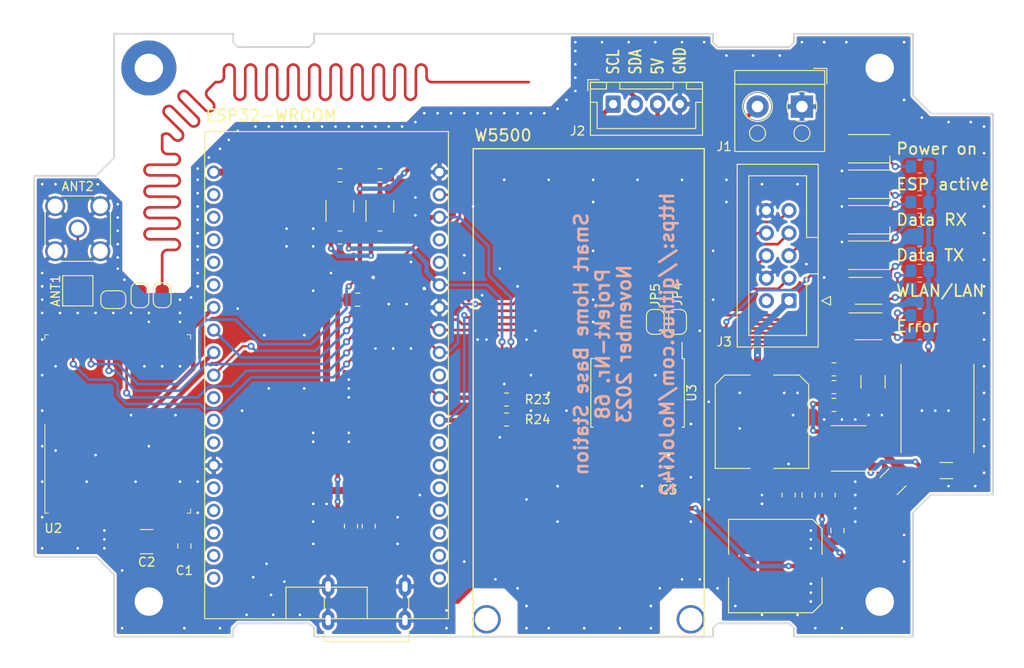
<source format=kicad_pcb>
(kicad_pcb (version 20211014) (generator pcbnew)
  (layers (0 "F.Cu" signal) (31 "B.Cu" signal) (34 "B.Paste" user) (35 "F.Paste" user) (36 "B.SilkS" user "B.Silkscreen") (37 "F.SilkS" user "F.Silkscreen") (38 "B.Mask" user) (39 "F.Mask" user) (44 "Edge.Cuts" user))
  (net 0 "")
  (net 1 "Net-(ANT1-Pad1)")
  (net 2 "Net-(ANT2-Pad1)")
  (net 3 "GND")
  (net 4 "+3.3V")
  (net 5 "+5V")
  (net 6 "Net-(C6-Pad1)")
  (net 7 "Net-(C7-Pad1)")
  (net 8 "Net-(C7-Pad2)")
  (net 9 "Net-(C8-Pad1)")
  (net 10 "Net-(C8-Pad2)")
  (net 11 "Net-(D1-Pad2)")
  (net 12 "Net-(D2-Pad1)")
  (net 13 "Net-(D2-Pad2)")
  (net 14 "Net-(D3-Pad1)")
  (net 15 "Net-(D3-Pad2)")
  (net 16 "Net-(D4-Pad1)")
  (net 17 "Net-(D4-Pad2)")
  (net 18 "Net-(D5-Pad1)")
  (net 19 "Net-(D5-Pad2)")
  (net 20 "Net-(D5-Pad3)")
  (net 21 "Net-(D5-Pad4)")
  (net 22 "Net-(D5-Pad5)")
  (net 23 "Net-(D5-Pad6)")
  (net 25 "Net-(D6-Pad2)")
  (net 26 "Net-(D6-Pad3)")
  (net 27 "Net-(D6-Pad5)")
  (net 29 "/SCL_5V")
  (net 30 "/SDA_5V")
  (net 32 "MISO")
  (net 33 "MOSI")
  (net 34 "RESET_W5500")
  (net 35 "CS_W5500")
  (net 36 "INT_W5500")
  (net 37 "SCK")
  (net 38 "Net-(JP1-Pad1)")
  (net 39 "unconnected-(JP1-Pad2)")
  (net 40 "/SCL")
  (net 41 "/SDA")
  (net 42 "Net-(R2-Pad1)")
  (net 43 "Net-(R4-Pad1)")
  (net 44 "Net-(R5-Pad1)")
  (net 45 "Net-(R15-Pad2)")
  (net 46 "Net-(R16-Pad2)")
  (net 47 "CS_RFM")
  (net 48 "RESET_RFM")
  (net 49 "INT_RFM")
  (net 80 "Net-(U3-Pad1)")
  (net 82 "Net-(D6-Pad4)")
  (footprint "Connector_Coaxial:SMA_Wurth_60312002114503_Vertical" (layer "F.Cu") (at 111 75.5)
    (fp_text reference "ANT2")
    (fp_text value "SMA_connector")
  )
  (footprint "_footprints:USB-C_6Pin_C2689837" (layer "F.Cu") (at 143.5 118)
    (fp_text reference "U1" hide)
    (fp_text value "USB-C_6Pin_C2689837")
  )
  (footprint "Capacitor_SMD:C_1210_3225Metric_Pad1.33x2.70mm_HandSolder" (layer "F.Cu") (at 200.5 92.75 -90)
    (fp_text reference "C9" hide)
    (fp_text value "22µF 1210")
  )
  (footprint "Resistor_SMD:R_0805_2012Metric_Pad1.20x1.40mm_HandSolder" (layer "F.Cu") (at 196.1 93.35)
    (fp_text reference "R16" hide)
    (fp_text value "24k")
  )
  (footprint "Capacitor_SMD:C_Elec_10x10.2" (layer "F.Cu") (at 189.5 113.5 180)
    (fp_text reference "C4" hide)
    (fp_text value "220µF 50V")
  )
  (footprint "Resistor_SMD:R_0805_2012Metric_Pad1.20x1.40mm_HandSolder" (layer "F.Cu") (at 196.1 95.35)
    (fp_text reference "R17" hide)
    (fp_text value "10k")
  )
  (footprint "LED_SMD:LED_PLCC-2_3.4x3.0mm_AK" (layer "F.Cu") (at 200 74.5 180)
    (fp_text reference "D3" hide)
    (fp_text value "LY T686 gelb")
  )
  (footprint "Capacitor_SMD:C_1210_3225Metric_Pad1.33x2.70mm_HandSolder" (layer "F.Cu") (at 118.75 110.75 180)
    (fp_text reference "C2")
    (fp_text value "10µ 16V")
  )
  (footprint "_footprints:Via_ScrewHole_3mm" (layer "F.Cu") (at 201.25 57.4)
    (fp_text reference "U8" hide)
    (fp_text value "Via_ScrewHole_3mm")
  )
  (footprint "_footprints:Via_ScrewHole_3mm" (layer "F.Cu") (at 201.25 117.5)
    (fp_text reference "U6" hide)
    (fp_text value "Via_ScrewHole_3mm")
  )
  (footprint "Capacitor_SMD:C_Elec_10x10.2" (layer "F.Cu") (at 188 97.25 -90)
    (fp_text reference "C10" hide)
    (fp_text value "220µF 50V")
  )
  (footprint "_footprints:Via_ScrewHole_3mm" (layer "F.Cu") (at 119 57.4)
    (fp_text reference "U9" hide)
    (fp_text value "Via_ScrewHole_3mm")
  )
  (footprint "Capacitor_SMD:C_0805_2012Metric_Pad1.18x1.45mm_HandSolder" (layer "F.Cu") (at 142.5 83.5)
    (fp_text reference "C11" hide)
    (fp_text value "100nF")
  )
  (footprint "Connector_IDC:IDC-Header_2x05_P2.54mm_Vertical" (layer "F.Cu") (at 191.04 83.62 180)
    (fp_text reference "J3")
    (fp_text value "W5500 Connector")
  )
  (footprint "Capacitor_SMD:C_0805_2012Metric_Pad1.18x1.45mm_HandSolder" (layer "F.Cu") (at 193.25 105.5 -90)
    (fp_text reference "C8" hide)
    (fp_text value "6.8nF")
  )
  (footprint "Resistor_SMD:R_0805_2012Metric_Pad1.20x1.40mm_HandSolder" (layer "F.Cu") (at 196.1 91.35)
    (fp_text reference "R15" hide)
    (fp_text value "2.2k")
  )
  (footprint "LED_SMD:LED_PLCC-2_3.4x3.0mm_AK" (layer "F.Cu") (at 200 78.5 180)
    (fp_text reference "D4" hide)
    (fp_text value "LY T686 gelb")
  )
  (footprint "Resistor_SMD:R_0805_2012Metric_Pad1.20x1.40mm_HandSolder" (layer "F.Cu") (at 159.25 97 180)
    (fp_text reference "R24")
    (fp_text value "2.2k")
  )
  (footprint "Jumper:SolderJumper-2_P1.3mm_Open_RoundedPad1.0x1.5mm" (layer "F.Cu") (at 120.5 83 90)
    (fp_text reference "JP1" hide)
    (fp_text value "PCB ANT")
  )
  (footprint "Resistor_SMD:R_0805_2012Metric_Pad1.20x1.40mm_HandSolder" (layer "F.Cu") (at 143.75 109 90)
    (fp_text reference "R2" hide)
    (fp_text value "5.1k")
  )
  (footprint "Capacitor_SMD:C_0805_2012Metric_Pad1.18x1.45mm_HandSolder" (layer "F.Cu") (at 177.5 103.25 180)
    (fp_text reference "C3")
    (fp_text value "100nF")
  )
  (footprint "Resistor_SMD:R_0805_2012Metric_Pad1.20x1.40mm_HandSolder" (layer "F.Cu") (at 140.5 76.5)
    (fp_text reference "R19" hide)
    (fp_text value "3.3k")
  )
  (footprint "Package_TO_SOT_SMD:SOT-23" (layer "F.Cu") (at 140.5 73 90)
    (fp_text reference "Q2" hide)
    (fp_text value "BSS138")
  )
  (footprint "LED_SMD:LED_Avago_PLCC6_3x2.8mm" (layer "F.Cu") (at 200 86.5)
    (fp_text reference "D6" hide)
    (fp_text value "ASMT-YTB2-0BB02")
  )
  (footprint "Jumper:SolderJumper-2_P1.3mm_Open_RoundedPad1.0x1.5mm" (layer "F.Cu") (at 118 83 90)
    (fp_text reference "JP3" hide)
    (fp_text value "SMA ANT")
  )
  (footprint "Capacitor_SMD:C_0805_2012Metric_Pad1.18x1.45mm_HandSolder" (layer "F.Cu") (at 196.5 109.5 -90)
    (fp_text reference "C6" hide)
    (fp_text value "100nF")
  )
  (footprint "Resistor_SMD:R_0805_2012Metric_Pad1.20x1.40mm_HandSolder" (layer "F.Cu") (at 159.25 94.75 180)
    (fp_text reference "R23")
    (fp_text value "2.2k")
  )
  (footprint "Inductor_SMD:L_Taiyo-Yuden_NR-80xx_HandSoldering" (layer "F.Cu") (at 207.75 95.75 90)
    (fp_text reference "L1" hide)
    (fp_text value "10µH NRS8040")
  )
  (footprint "Resistor_SMD:R_0805_2012Metric_Pad1.20x1.40mm_HandSolder" (layer "F.Cu") (at 145 69.5 180)
    (fp_text reference "R20" hide)
    (fp_text value "4.7k")
  )
  (footprint "TerminalBlock_RND:TerminalBlock_RND_205-00001_1x02_P5.00mm_Horizontal" (layer "F.Cu") (at 192.5 61.75 180)
    (fp_text reference "J1")
    (fp_text value "Power Input 5V")
  )
  (footprint "Package_SO:SOIC-8-1EP_3.9x4.9mm_P1.27mm_EP2.29x3mm" (layer "F.Cu") (at 197.75 100.25 180)
    (fp_text reference "U4" hide)
    (fp_text value "AP6502")
  )
  (footprint "LED_SMD:LED_PLCC-2_3.4x3.0mm_AK" (layer "F.Cu") (at 200 66.5 180)
    (fp_text reference "D1" hide)
    (fp_text value "PLCC2 grün")
  )
  (footprint "_footprints:ESP32_WROOM_DevBoard" (layer "F.Cu") (at 139 92)
    (fp_text reference "U5" hide)
    (fp_text value "ESP32_WROOM_DevBoard")
  )
  (footprint "Capacitor_SMD:C_1210_3225Metric_Pad1.33x2.70mm_HandSolder" (layer "F.Cu") (at 202.75 104 -135)
    (fp_text reference "C5" hide)
    (fp_text value "22µF 1210")
  )
  (footprint "LED_SMD:LED_Avago_PLCC6_3x2.8mm" (layer "F.Cu") (at 200 82.5)
    (fp_text reference "D5" hide)
    (fp_text value "ASMT-YTB2-0BB02")
  )
  (footprint "Package_TO_SOT_SMD:SOT-23" (layer "F.Cu") (at 145 73 90)
    (fp_text reference "Q1" hide)
    (fp_text value "BSS138")
  )
  (footprint "Connector_JST:JST_XH_B4B-XH-A_1x04_P2.50mm_Vertical" (layer "F.Cu") (at 171.25 61.475)
    (fp_text reference "J2")
    (fp_text value "Display")
  )
  (footprint "Capacitor_SMD:C_0805_2012Metric_Pad1.18x1.45mm_HandSolder" (layer "F.Cu") (at 123 111.25 90)
    (fp_text reference "C1")
    (fp_text value "100n")
  )
  (footprint "Jumper:SolderJumper-2_P1.3mm_Open_RoundedPad1.0x1.5mm" (layer "F.Cu") (at 115 83.5 180)
    (fp_text reference "JP2" hide)
    (fp_text value "Cable ANT")
  )
  (footprint "Resistor_SMD:R_0805_2012Metric_Pad1.20x1.40mm_HandSolder" (layer "F.Cu") (at 195.5 105.5 -90)
    (fp_text reference "R5" hide)
    (fp_text value "100k")
  )
  (footprint "Jumper:SolderJumper-2_P1.3mm_Open_RoundedPad1.0x1.5mm" (layer "F.Cu") (at 178.5 86 -90)
    (fp_text reference "JP4")
    (fp_text value "A0_high")
  )
  (footprint "Resistor_SMD:R_0805_2012Metric_Pad1.20x1.40mm_HandSolder" (layer "F.Cu") (at 141.75 109 90)
    (fp_text reference "R4" hide)
    (fp_text value "5.1k")
  )
  (footprint "Capacitor_SMD:C_1206_3216Metric_Pad1.33x1.80mm_HandSolder" (layer "F.Cu") (at 208.75 102.75 180)
    (fp_text reference "C7" hide)
    (fp_text value "10nF 1206")
  )
  (footprint "Resistor_SMD:R_0805_2012Metric_Pad1.20x1.40mm_HandSolder" (layer "F.Cu") (at 140.5 69.5)
    (fp_text reference "R21" hide)
    (fp_text value "4.7k")
  )
  (footprint "_footprints:Via_ScrewHole_3mm" (layer "F.Cu") (at 119 117.5)
    (fp_text reference "U7" hide)
    (fp_text value "Via_ScrewHole_3mm")
  )
  (footprint "Resistor_SMD:R_0805_2012Metric_Pad1.20x1.40mm_HandSolder" (layer "F.Cu") (at 191 105.5 90)
    (fp_text reference "R14" hide)
    (fp_text value "6.8k")
  )
  (footprint "Jumper:SolderJumper-2_P1.3mm_Open_RoundedPad1.0x1.5mm" (layer "F.Cu") (at 176 86 -90)
    (fp_text reference "JP5")
    (fp_text value "A0_low")
  )
  (footprint "RF_Module:HOPERF_RFM69HW" (layer "F.Cu") (at 115.5 97.5 90)
    (fp_text reference "U2")
    (fp_text value "RFM69HW")
  )
  (footprint "Resistor_SMD:R_0805_2012Metric_Pad1.20x1.40mm_HandSolder" (layer "F.Cu") (at 145 76.5)
    (fp_text reference "R18" hide)
    (fp_text value "3.3k")
  )
  (footprint "TestPoint:TestPoint_Pad_3.0x3.0mm" (layer "F.Cu") (at 111 82.5)
    (fp_text reference "ANT1")
    (fp_text value "ext. cable ANT")
  )
  (footprint "Package_SO:SOIC-16W_7.5x10.3mm_P1.27mm" (layer "F.Cu") (at 174 94 -90)
    (fp_text reference "U3")
    (fp_text value "PCF8574A")
  )
  (footprint "LED_SMD:LED_PLCC-2_3.4x3.0mm_AK" (layer "F.Cu") (at 200 70.5 180)
    (fp_text reference "D2" hide)
    (fp_text value "LY T686 gelb")
  )
  (footprint "Resistor_SMD:R_0805_2012Metric_Pad1.20x1.40mm_HandSolder" (layer "B.Cu") (at 205.75 80.25)
    (fp_text reference "R11" hide)
    (fp_text value "680R")
  )
  (footprint "Resistor_SMD:R_0805_2012Metric_Pad1.20x1.40mm_HandSolder" (layer "B.Cu") (at 205.75 87.25)
    (fp_text reference "R1" hide)
    (fp_text value "680R")
  )
  (footprint "Resistor_SMD:R_0805_2012Metric_Pad1.20x1.40mm_HandSolder" (layer "B.Cu") (at 205.75 72.5)
    (fp_text reference "R8" hide)
    (fp_text value "680R")
  )
  (footprint "Resistor_SMD:R_0805_2012Metric_Pad1.20x1.40mm_HandSolder" (layer "B.Cu") (at 205.75 70.5)
    (fp_text reference "R7" hide)
    (fp_text value "680R")
  )
  (footprint "Resistor_SMD:R_0805_2012Metric_Pad1.20x1.40mm_HandSolder" (layer "B.Cu") (at 205.75 74.5)
    (fp_text reference "R9" hide)
    (fp_text value "680R")
  )
  (footprint "Resistor_SMD:R_0805_2012Metric_Pad1.20x1.40mm_HandSolder" (layer "B.Cu") (at 205.75 68.5)
    (fp_text reference "R6" hide)
    (fp_text value "2.2k")
  )
  (footprint "Resistor_SMD:R_0805_2012Metric_Pad1.20x1.40mm_HandSolder" (layer "B.Cu") (at 205.75 78.25)
    (fp_text reference "R10" hide)
    (fp_text value "680R")
  )
  (footprint "Resistor_SMD:R_0805_2012Metric_Pad1.20x1.40mm_HandSolder" (layer "B.Cu") (at 205.75 85.25)
    (fp_text reference "R13" hide)
    (fp_text value "680R")
  )
  (footprint "Resistor_SMD:R_0805_2012Metric_Pad1.20x1.40mm_HandSolder" (layer "B.Cu") (at 205.75 82.25)
    (fp_text reference "R12" hide)
    (fp_text value "680R")
  )
  (gr_line (start 181.5 66.5) (end 155.5 66.5) (layer "F.SilkS") (width 0.15))
  (gr_line (start 155.5 66.5) (end 155.5 121.5) (layer "F.SilkS") (width 0.15))
  (gr_line (start 155.5 121.5) (end 181.5 121.5) (layer "F.SilkS") (width 0.15))
  (gr_line (start 181.5 121.5) (end 181.5 66.5) (layer "F.SilkS") (width 0.15))
  (gr_line (start 128.49986 53.549784) (end 115.099836 53.549784) (layer "Edge.Cuts") (width 0.2))
  (gr_line (start 191.585078 120.464306) (end 191.59981 120.499612) (layer "Edge.Cuts") (width 0.2))
  (gr_line (start 183.014356 55.035176) (end 182.514484 54.53505) (layer "Edge.Cuts") (width 0.2))
  (gr_line (start 207.014308 105.464336) (end 207.049868 105.449604) (layer "Edge.Cuts") (width 0.2))
  (gr_line (start 182.514484 54.53505) (end 182.499752 54.499744) (layer "Edge.Cuts") (width 0.2))
  (gr_line (start 137.08506 55.035176) (end 137.049754 55.049654) (layer "Edge.Cuts") (width 0.2))
  (gr_line (start 213.999816 62.549766) (end 207.049868 62.549766) (layer "Edge.Cuts") (width 0.2))
  (gr_line (start 115.099836 67.499718) (end 115.085104 67.535024) (layer "Edge.Cuts") (width 0.2))
  (gr_line (start 191.59981 120.499612) (end 191.59981 121.449826) (layer "Edge.Cuts") (width 0.2))
  (gr_line (start 128.514338 54.53505) (end 128.49986 54.499744) (layer "Edge.Cuts") (width 0.2))
  (gr_line (start 115.099836 121.449826) (end 128.49986 121.449826) (layer "Edge.Cuts") (width 0.2))
  (gr_line (start 137.585186 54.53505) (end 137.08506 55.035176) (layer "Edge.Cuts") (width 0.2))
  (gr_line (start 207.049868 62.549766) (end 207.014308 62.535034) (layer "Edge.Cuts") (width 0.2))
  (gr_line (start 128.49986 120.499612) (end 128.514338 120.464306) (layer "Edge.Cuts") (width 0.2))
  (gr_line (start 137.599664 53.549784) (end 137.599664 54.499744) (layer "Edge.Cuts") (width 0.2))
  (gr_line (start 204.999834 121.449826) (end 204.999834 107.499638) (layer "Edge.Cuts") (width 0.2))
  (gr_line (start 129.014464 119.964434) (end 129.04977 119.949702) (layer "Edge.Cuts") (width 0.2))
  (gr_line (start 137.585186 120.464306) (end 137.599664 120.499612) (layer "Edge.Cuts") (width 0.2))
  (gr_line (start 137.599664 54.499744) (end 137.585186 54.53505) (layer "Edge.Cuts") (width 0.2))
  (gr_line (start 182.499752 53.549784) (end 137.599664 53.549784) (layer "Edge.Cuts") (width 0.2))
  (gr_line (start 115.099836 114.499624) (end 115.099836 121.449826) (layer "Edge.Cuts") (width 0.2))
  (gr_line (start 205.014312 107.464332) (end 207.014308 105.464336) (layer "Edge.Cuts") (width 0.2))
  (gr_line (start 129.014464 55.035176) (end 128.514338 54.53505) (layer "Edge.Cuts") (width 0.2))
  (gr_line (start 191.0499 55.049654) (end 183.049662 55.049654) (layer "Edge.Cuts") (width 0.2))
  (gr_line (start 115.085104 67.535024) (end 113.085108 69.53502) (layer "Edge.Cuts") (width 0.2))
  (gr_line (start 129.04977 119.949702) (end 137.049754 119.949702) (layer "Edge.Cuts") (width 0.2))
  (gr_line (start 207.014308 62.535034) (end 205.014312 60.535038) (layer "Edge.Cuts") (width 0.2))
  (gr_line (start 182.514484 120.464306) (end 183.014356 119.964434) (layer "Edge.Cuts") (width 0.2))
  (gr_line (start 191.585078 54.53505) (end 191.085206 55.035176) (layer "Edge.Cuts") (width 0.2))
  (gr_line (start 191.085206 55.035176) (end 191.0499 55.049654) (layer "Edge.Cuts") (width 0.2))
  (gr_line (start 106.099854 112.449844) (end 113.049802 112.449844) (layer "Edge.Cuts") (width 0.2))
  (gr_line (start 115.099836 53.549784) (end 115.099836 67.499718) (layer "Edge.Cuts") (width 0.2))
  (gr_line (start 129.04977 55.049654) (end 129.014464 55.035176) (layer "Edge.Cuts") (width 0.2))
  (gr_line (start 137.049754 119.949702) (end 137.08506 119.964434) (layer "Edge.Cuts") (width 0.2))
  (gr_line (start 106.099854 69.549752) (end 106.099854 112.449844) (layer "Edge.Cuts") (width 0.2))
  (gr_line (start 183.014356 119.964434) (end 183.049662 119.949702) (layer "Edge.Cuts") (width 0.2))
  (gr_line (start 205.014312 60.535038) (end 204.999834 60.499732) (layer "Edge.Cuts") (width 0.2))
  (gr_line (start 137.08506 119.964434) (end 137.585186 120.464306) (layer "Edge.Cuts") (width 0.2))
  (gr_line (start 183.049662 119.949702) (end 191.0499 119.949702) (layer "Edge.Cuts") (width 0.2))
  (gr_line (start 182.499752 54.499744) (end 182.499752 53.549784) (layer "Edge.Cuts") (width 0.2))
  (gr_line (start 207.049868 105.449604) (end 213.999816 105.449604) (layer "Edge.Cuts") (width 0.2))
  (gr_line (start 182.499752 121.449826) (end 182.499752 120.499612) (layer "Edge.Cuts") (width 0.2))
  (gr_line (start 128.49986 121.449826) (end 128.49986 120.499612) (layer "Edge.Cuts") (width 0.2))
  (gr_line (start 115.085104 114.464318) (end 115.099836 114.499624) (layer "Edge.Cuts") (width 0.2))
  (gr_line (start 191.59981 121.449826) (end 204.999834 121.449826) (layer "Edge.Cuts") (width 0.2))
  (gr_line (start 137.599664 121.449826) (end 182.499752 121.449826) (layer "Edge.Cuts") (width 0.2))
  (gr_line (start 113.085108 112.464322) (end 115.085104 114.464318) (layer "Edge.Cuts") (width 0.2))
  (gr_line (start 113.085108 69.53502) (end 113.049802 69.549752) (layer "Edge.Cuts") (width 0.2))
  (gr_line (start 128.514338 120.464306) (end 129.014464 119.964434) (layer "Edge.Cuts") (width 0.2))
  (gr_line (start 191.0499 119.949702) (end 191.085206 119.964434) (layer "Edge.Cuts") (width 0.2))
  (gr_line (start 183.049662 55.049654) (end 183.014356 55.035176) (layer "Edge.Cuts") (width 0.2))
  (gr_line (start 128.49986 54.499744) (end 128.49986 53.549784) (layer "Edge.Cuts") (width 0.2))
  (gr_line (start 113.049802 112.449844) (end 113.085108 112.464322) (layer "Edge.Cuts") (width 0.2))
  (gr_line (start 113.049802 69.549752) (end 106.099854 69.549752) (layer "Edge.Cuts") (width 0.2))
  (gr_line (start 191.085206 119.964434) (end 191.585078 120.464306) (layer "Edge.Cuts") (width 0.2))
  (gr_line (start 204.999834 53.549784) (end 191.59981 53.549784) (layer "Edge.Cuts") (width 0.2))
  (gr_line (start 191.59981 53.549784) (end 191.59981 54.499744) (layer "Edge.Cuts") (width 0.2))
  (gr_line (start 191.59981 54.499744) (end 191.585078 54.53505) (layer "Edge.Cuts") (width 0.2))
  (gr_line (start 204.999834 60.499732) (end 204.999834 53.549784) (layer "Edge.Cuts") (width 0.2))
  (gr_line (start 204.999834 107.499638) (end 205.014312 107.464332) (layer "Edge.Cuts") (width 0.2))
  (gr_line (start 137.599664 120.499612) (end 137.599664 121.449826) (layer "Edge.Cuts") (width 0.2))
  (gr_line (start 182.499752 120.499612) (end 182.514484 120.464306) (layer "Edge.Cuts") (width 0.2))
  (gr_line (start 213.999816 105.449604) (end 213.999816 62.549766) (layer "Edge.Cuts") (width 0.2))
  (gr_line (start 137.049754 55.049654) (end 129.04977 55.049654) (layer "Edge.Cuts") (width 0.2))
  (gr_text "Smart Home Base Station\nProjekt-Nr. 68\nNovember 2023\n\nhttps://github.com/MoJoKi42" (at 172.5 88.5 90) (layer "B.SilkS") (effects (font (size 1.5 1.5) (thickness 0.3)) (justify mirror)))
  (gr_text "GND" (at 178.75 58.25 90) (layer "F.SilkS") (effects (font (size 1.3 1) (thickness 0.2)) (justify left)))
  (gr_text "Power on" (at 203 66.5) (layer "F.SilkS") (effects (font (size 1.3 1.3) (thickness 0.2)) (justify left)))
  (gr_text "WLAN/LAN" (at 203 82.5) (layer "F.SilkS") (effects (font (size 1.3 1.3) (thickness 0.2)) (justify left)))
  (gr_text "Data RX" (at 203 74.5) (layer "F.SilkS") (effects (font (size 1.3 1.3) (thickness 0.2)) (justify left)))
  (gr_text "ESP32-WROOM" (at 125.25 62.75) (layer "F.SilkS") (effects (font (size 1.3 1.3) (thickness 0.2)) (justify left)))
  (gr_text "ESP active" (at 203 70.5) (layer "F.SilkS") (effects (font (size 1.3 1.3) (thickness 0.2)) (justify left)))
  (gr_text "5V" (at 176.25 58.25 90) (layer "F.SilkS") (effects (font (size 1.3 1) (thickness 0.2)) (justify left)))
  (gr_text "W5500" (at 155.5 65) (layer "F.SilkS") (effects (font (size 1.3 1.3) (thickness 0.2)) (justify left)))
  (gr_text "SDA" (at 173.75 58.25 90) (layer "F.SilkS") (effects (font (size 1.3 1) (thickness 0.2)) (justify left)))
  (gr_text "Error" (at 203 86.5) (layer "F.SilkS") (effects (font (size 1.3 1.3) (thickness 0.2)) (justify left)))
  (gr_text "Data TX" (at 203 78.5) (layer "F.SilkS") (effects (font (size 1.3 1.3) (thickness 0.2)) (justify left)))
  (gr_text "SCL" (at 171.25 58.25 90) (layer "F.SilkS") (effects (font (size 1.3 1) (thickness 0.2)) (justify left)))
  (via (at 157 119.5) (size 3.2) (drill 2.6) (layers "F.Cu" "B.Cu") (net 0))
  (via (at 180 119.5) (size 3.2) (drill 2.6) (layers "F.Cu" "B.Cu") (net 0))
  (segment (start 111 82.5) (end 112 83.5) (width 0.3) (layer "F.Cu") (net 1))
  (segment (start 112 83.5) (end 114.35 83.5) (width 0.3) (layer "F.Cu") (net 1))
  (segment (start 114.85 82.35) (end 111 78.5) (width 0.3) (layer "F.Cu") (net 2))
  (segment (start 111 78.5) (end 111 75.5) (width 0.3) (layer "F.Cu") (net 2))
  (segment (start 118 82.35) (end 114.85 82.35) (width 0.3) (layer "F.Cu") (net 2))
  (via (at 117 85) (size 0.7) (drill 0.3) (layers "F.Cu" "B.Cu") (net 3))
  (via (at 180 97.5) (size 0.7) (drill 0.3) (layers "F.Cu" "B.Cu") (net 3))
  (via (at 122.5 104) (size 0.7) (drill 0.3) (layers "F.Cu" "B.Cu") (net 3))
  (via (at 139 106.5) (size 0.7) (drill 0.3) (layers "F.Cu" "B.Cu") (net 3))
  (via (at 188 119) (size 0.7) (drill 0.3) (layers "F.Cu" "B.Cu") (net 3))
  (via (at 158.5 80) (size 0.7) (drill 0.3) (layers "F.Cu" "B.Cu") (net 3))
  (via (at 153 62.5) (size 0.7) (drill 0.3) (layers "F.Cu" "B.Cu") (net 3))
  (via (at 211.5 63.5) (size 0.7) (drill 0.3) (layers "F.Cu" "B.Cu") (net 3))
  (via (at 107 70.5) (size 0.7) (drill 0.3) (layers "F.Cu" "B.Cu") (net 3))
  (via (at 111 85) (size 0.7) (drill 0.3) (layers "F.Cu" "B.Cu") (net 3))
  (via (at 170 54.5) (size 0.7) (drill 0.3) (layers "F.Cu" "B.Cu") (net 3))
  (via (at 206 63) (size 0.7) (drill 0.3) (layers "F.Cu" "B.Cu") (net 3))
  (via (at 188 105.5) (size 0.7) (drill 0.3) (layers "F.Cu" "B.Cu") (net 3))
  (via (at 122.5 86) (size 0.7) (drill 0.3) (layers "F.Cu" "B.Cu") (net 3))
  (via (at 166 61) (size 0.7) (drill 0.3) (layers "F.Cu" "B.Cu") (net 3))
  (via (at 162 62.5) (size 0.7) (drill 0.3) (layers "F.Cu" "B.Cu") (net 3))
  (via (at 169 70) (size 0.7) (drill 0.3) (layers "F.Cu" "B.Cu") (net 3))
  (via (at 193.5 109.5) (size 0.7) (drill 0.3) (layers "F.Cu" "B.Cu") (net 3))
  (via (at 124.5 80.5) (size 0.7) (drill 0.3) (layers "F.Cu" "B.Cu") (net 3))
  (via (at 118.5 91) (size 0.7) (drill 0.3) (layers "F.Cu" "B.Cu") (net 3))
  (via (at 108.5 91) (size 0.7) (drill 0.3) (layers "F.Cu" "B.Cu") (net 3))
  (via (at 116 114) (size 0.7) (drill 0.3) (layers "F.Cu" "B.Cu") (net 3))
  (via (at 119 85) (size 0.7) (drill 0.3) (layers "F.Cu" "B.Cu") (net 3))
  (via (at 168 120.5) (size 0.7) (drill 0.3) (layers "F.Cu" "B.Cu") (net 3))
  (via (at 160.5 116) (size 0.7) (drill 0.3) (layers "F.Cu" "B.Cu") (net 3))
  (via (at 176 54.5) (size 0.7) (drill 0.3) (layers "F.Cu" "B.Cu") (net 3))
  (via (at 204 61) (size 0.7) (drill 0.3) (layers "F.Cu" "B.Cu") (net 3))
  (via (at 169 78) (size 0.7) (drill 0.3) (layers "F.Cu" "B.Cu") (net 3))
  (via (at 144.25 81) (size 0.8) (drill 0.4) (layers "F.Cu" "B.Cu") (net 3))
  (via (at 117.5 104) (size 0.7) (drill 0.3) (layers "F.Cu" "B.Cu") (net 3))
  (via (at 175.5 118) (size 0.7) (drill 0.3) (layers "F.Cu" "B.Cu") (net 3))
  (via (at 134.25 115.25) (size 0.7) (drill 0.3) (layers "F.Cu" "B.Cu") (net 3))
  (via (at 146 64) (size 0.7) (drill 0.3) (layers "F.Cu" "B.Cu") (net 3))
  (via (at 124.5 107.5) (size 0.7) (drill 0.3) (layers "F.Cu" "B.Cu") (net 3))
  (via (at 213 94) (size 0.7) (drill 0.3) (layers "F.Cu" "B.Cu") (net 3))
  (via (at 181 87) (size 0.7) (drill 0.3) (layers "F.Cu" "B.Cu") (net 3))
  (via (at 181.5 54.5) (size 0.7) (drill 0.3) (layers "F.Cu" "B.Cu") (net 3))
  (via (at 107 104) (size 0.7) (drill 0.3) (layers "F.Cu" "B.Cu") (net 3))
  (via (at 155.5 73) (size 0.7) (drill 0.3) (layers "F.Cu" "B.Cu") (net 3))
  (via (at 116.25 81.25) (size 0.7) (drill 0.3) (layers "F.Cu" "B.Cu") (net 3))
  (via (at 132.25 113.25) (size 0.7) (drill 0.3) (layers "F.Cu" "B.Cu") (net 3))
  (via (at 148.5 89) (size 0.7) (drill 0.3) (layers "F.Cu" "B.Cu") (net 3))
  (via (at 213 64) (size 0.7) (drill 0.3) (layers "F.Cu" "B.Cu") (net 3))
  (via (at 139.5 80.5) (size 0.7) (drill 0.3) (layers "F.Cu" "B.Cu") (net 3))
  (via (at 150 62.5) (size 0.7) (drill 0.3) (layers "F.Cu" "B.Cu") (net 3))
  (via (at 160.5 62.5) (size 0.7) (drill 0.3) (layers "F.Cu" "B.Cu") (net 3))
  (via (at 130.75 114.75) (size 0.7) (drill 0.3) (layers "F.Cu" "B.Cu") (net 3))
  (via (at 184 72.5) (size 0.7) (drill 0.3) (layers "F.Cu" "B.Cu") (net 3))
  (via (at 213 70) (size 0.7) (drill 0.3) (layers "F.Cu" "B.Cu") (net 3))
  (via (at 123 120.5) (size 0.7) (drill 0.3) (layers "F.Cu" "B.Cu") (net 3))
  (via (at 115.5 75.75) (size 0.7) (drill 0.3) (layers "F.Cu" "B.Cu") (net 3))
  (via (at 161.5 106) (size 0.7) (drill 0.3) (layers "F.Cu" "B.Cu") (net 3))
  (via (at 113 101) (size 0.7) (drill 0.3) (layers "F.Cu" "B.Cu") (net 3))
  (via (at 134.5 77.5) (size 0.7) (drill 0.3) (layers "F.Cu" "B.Cu") (net 3))
  (via (at 124.5 77.5) (size 0.7) (drill 0.3) (layers "F.Cu" "B.Cu") (net 3))
  (via (at 213 100) (size 0.7) (drill 0.3) (layers "F.Cu" "B.Cu") (net 3))
  (via (at 141.5 92.5) (size 0.7) (drill 0.3) (layers "F.Cu" "B.Cu") (net 3))
  (via (at 162 92) (size 0.7) (drill 0.3) (layers "F.Cu" "B.Cu") (net 3))
  (via (at 188 106.5) (size 0.7) (drill 0.3) (layers "F.Cu" "B.Cu") (net 3))
  (via (at 213 97) (size 0.7) (drill 0.3) (layers "F.Cu" "B.Cu") (net 3))
  (via (at 165 108.5) (size 0.7) (drill 0.3) (layers "F.Cu" "B.Cu") (net 3))
  (via (at 114 110.5) (size 0.7) (drill 0.3) (layers "F.Cu" "B.Cu") (net 3))
  (via (at 192.5 54.5) (size 0.7) (drill 0.3) (layers "F.Cu" "B.Cu") (net 3))
  (via (at 191 102) (size 0.7) (drill 0.3) (layers "F.Cu" "B.Cu") (net 3))
  (via (at 132.5 64) (size 0.7) (drill 0.3) (layers "F.Cu" "B.Cu") (net 3))
  (via (at 115.5 72.75) (size 0.7) (drill 0.3) (layers "F.Cu" "B.Cu") (net 3))
  (via (at 156.5 83) (size 0.7) (drill 0.3) (layers "F.Cu" "B.Cu") (net 3))
  (via (at 166 96) (size 0.7) (drill 0.3) (layers "F.Cu" "B.Cu") (net 3))
  (via (at 124.5 74.5) (size 0.7) (drill 0.3) (layers "F.Cu" "B.Cu") (net 3))
  (via (at 124.5 76) (size 0.7) (drill 0.3) (layers "F.Cu" "B.Cu") (net 3))
  (via (at 193.5 115.5) (size 0.7) (drill 0.3) (layers "F.Cu" "B.Cu") (net 3))
  (via (at 212 104.5) (size 0.7) (drill 0.3) (layers "F.Cu" "B.Cu") (net 3))
  (via (at 137.5 77.5) (size 0.7) (drill 0.3) (layers "F.Cu" "B.Cu") (net 3))
  (via (at 209 96) (size 0.7) (drill 0.3) (layers "F.Cu" "B.Cu") (net 3))
  (via (at 184 56) (size 0.7) (drill 0.3) (layers "F.Cu" "B.Cu") (net 3))
  (via (at 107 80.5) (size 0.7) (drill 0.3) (layers "F.Cu" "B.Cu") (net 3))
  (via (at 125.75 67.5) (size 0.7) (drill 0.3) (layers "F.Cu" "B.Cu") (net 3))
  (via (at 193.5 116.5) (size 0.7) (drill 0.3) (layers "F.Cu" "B.Cu") (net 3))
  (via (at 123.75 83.25) (size 0.7) (drill 0.3) (layers "F.Cu" "B.Cu") (net 3))
  (via (at 190.5 94) (size 0.7) (drill 0.3) (layers "F.Cu" "B.Cu") (net 3))
  (via (at 169 86) (size 0.7) (drill 0.3) (layers "F.Cu" "B.Cu") (net 3))
  (via (at 159 70) (size 0.7) (drill 0.3) (layers "F.Cu" "B.Cu") (net 3))
  (via (at 124.5 104) (size 0.7) (drill 0.3) (layers "F.Cu" "B.Cu") (net 3))
  (via (at 162 96) (size 0.7) (drill 0.3) (layers "F.Cu" "B.Cu") (net 3))
  (via (at 194 120.5) (size 0.7) (drill 0.3) (layers "F.Cu" "B.Cu") (net 3))
  (via (at 144.5 89) (size 0.7) (drill 0.3) (layers "F.Cu" "B.Cu") (net 3))
  (via (at 107 100) (size 0.7) (drill 0.3) (layers "F.Cu" "B.Cu") (net 3))
  (via (at 141.5 99.5) (size 0.7) (drill 0.3) (layers "F.Cu" "B.Cu") (net 3))
  (via (at 115 85) (size 0.7) (drill 0.3) (layers "F.Cu" "B.Cu") (net 3))
  (via (at 204 54.5) (size 0.7) (drill 0.3) (layers "F.Cu" "B.Cu") (net 3))
  (via (at 167 57) (size 0.7) (drill 0.3) (layers "F.Cu" "B.Cu") (net 3))
  (via (at 154.5 80.5) (size 0.7) (drill 0.3) (layers "F.Cu" "B.Cu") (net 3))
  (via (at 147 111) (size 0.7) (drill 0.3) (layers "F.Cu" "B.Cu") (net 3))
  (via (at 129.5 96) (size 0.7) (drill 0.3) (layers "F.Cu" "B.Cu") (net 3))
  (via (at 137 64) (size 0.7) (drill 0.3) (layers "F.Cu" "B.Cu") (net 3))
  (via (at 179 54.5) (size 0.7) (drill 0.3) (layers "F.Cu" "B.Cu") (net 3))
  (via (at 185.5 98) (size 0.7) (drill 0.3) (layers "F.Cu" "B.Cu") (net 3))
  (via (at 193 79.5) (size 0.7) (drill 0.3) (layers "F.Cu" "B.Cu") (net 3))
  (via (at 197.5 54.5) (size 0.7) (drill 0.3) (layers "F.Cu" "B.Cu") (net 3))
  (via (at 181 115) (size 0.7) (drill 0.3) (layers "F.Cu" "B.Cu") (net 3))
  (via (at 136.5 93.5) (size 0.7) (drill 0.3) (layers "F.Cu" "B.Cu") (net 3))
  (via (at 191.5 96.5) (size 0.7) (drill 0.3) (layers "F.Cu" "B.Cu") (net 3))
  (via (at 137.5 82.5) (size 0.7) (drill 0.3) (layers "F.Cu" "B.Cu") (net 3))
  (via (at 198.5 104) (size 0.7) (drill 0.3) (layers "F.Cu" "B.Cu") (net 3))
  (via (at 198.5 97) (size 0.7) (drill 0.3) (layers "F.Cu" "B.Cu") (net 3))
  (via (at 182 106) (size 0.7) (drill 0.3) (layers "F.Cu" "B.Cu") (net 3))
  (via (at 167 60) (size 0.7) (drill 0.3) (layers "F.Cu" "B.Cu") (net 3))
  (via (at 149 63.5) (size 0.7) (drill 0.3) (layers "F.Cu" "B.Cu") (net 3))
  (via (at 150 82.25) (size 0.8) (drill 0.4) (layers "F.Cu" "B.Cu") (net 3))
  (via (at 197 69) (size 0.7) (drill 0.3) (layers "F.Cu" "B.Cu") (net 3))
  (via (at 175.5 120.5) (size 0.7) (drill 0.3) (layers "F.Cu" "B.Cu") (net 3))
  (via (at 183 116) (size 0.7) (drill 0.3) (layers "F.Cu" "B.Cu") (net 3))
  (via (at 192 119) (size 0.7) (drill 0.3) (layers "F.Cu" "B.Cu") (net 3))
  (via (at 149 72) (size 0.7) (drill 0.3) (layers "F.Cu" "B.Cu") (net 3))
  (via (at 179 70) (size 0.7) (drill 0.3) (layers "F.Cu" "B.Cu") (net 3))
  (via (at 112 104) (size 0.7) (drill 0.3) (layers "F.Cu" "B.Cu") (net 3))
  (via (at 158.5 99) (size 0.7) (drill 0.3) (layers "F.Cu" "B.Cu") (net 3))
  (via (at 200 96.5) (size 0.7) (drill 0.3) (layers "F.Cu" "B.Cu") (net 3))
  (via (at 128 65.5) (size 0.7) (drill 0.3) (layers "F.Cu" "B.Cu") (net 3))
  (via (at 132.5 93.5) (size 0.7) (drill 0.3) (layers "F.Cu" "B.Cu") (net 3))
  (via (at 164 70) (size 0.7) (drill 0.3) (layers "F.Cu" "B.Cu") (net 3))
  (via (at 115.5 77.25) (size 0.7) (drill 0.3) (layers "F.Cu" "B.Cu") (net 3))
  (via (at 124.5 68.75) (size 0.7) (drill 0.3) (layers "F.Cu" "B.Cu") (net 3))
  (via (at 113.25 70.5) (size 0.7) (drill 0.3) (layers "F.Cu" "B.Cu") (net 3))
  (via (at 213 76) (size 0.7) (drill 0.3) (layers "F.Cu" "B.Cu") (net 3))
  (via (at 137.5 99.5) (size 0.7) (drill 0.3) (layers "F.Cu" "B.Cu") (net 3))
  (via (at 143 64) (size 0.7) (drill 0.3) (layers "F.Cu" "B.Cu") (net 3))
  (via (at 147 108) (size 0.7) (drill 0.3) (layers "F.Cu" "B.Cu") (net 3))
  (via (at 213 85) (size 0.7) (drill 0.3) (layers "F.Cu" "B.Cu") (net 3))
  (via (at 195 97) (size 0.7) (drill 0.3) (layers "F.Cu" "B.Cu") (net 3))
  (via (at 120.5 91) (size 0.7) (drill 0.3) (layers "F.Cu" "B.Cu") (net 3))
  (via (at 198.5 108.5) (size 0.7) (drill 0.3) (layers "F.Cu" "B.Cu") (net 3))
  (via (at 158 115) (size 0.7) (drill 0.3) (layers "F.Cu" "B.Cu") (net 3))
  (via (at 138.5 64) (size 0.7) (drill 0.3) (layers "F.Cu" "B.Cu") (net 3))
  (via (at 161.5 88) (size 0.7) (drill 0.3) (layers "F.Cu" "B.Cu") (net 3))
  (via (at 107 88) (size 0.7) (drill 0.3) (layers "F.Cu" "B.Cu") (net 3))
  (via (at 122.5 91) (size 0.7) (drill 0.3) (layers "F.Cu" "B.Cu") (net 3))
  (via (at 159 62.5) (size 0.7) (drill 0.3) (layers "F.Cu" "B.Cu") (net 3))
  (via (at 154.5 62.5) (size 0.7) (drill 0.3) (layers "F.Cu" "B.Cu") (net 3))
  (via (at 180 103.5) (size 0.7) (drill 0.3) (layers "F.Cu" "B.Cu") (net 3))
  (via (at 124.5 82) (size 0.7) (drill 0.3) (layers "F.Cu" "B.Cu") (net 3))
  (via (at 147.5 64) (size 0.7) (drill 0.3) (layers "F.Cu" "B.Cu") (net 3))
  (via (at 161.5 118) (size 0.7) (drill 0.3) (layers "F.Cu" "B.Cu") (net 3))
  (via (at 176 92) (size 0.7) (drill 0.3) (layers "F.Cu" "B.Cu") (net 3))
  (via (at 144.5 64) (size 0.7) (drill 0.3) (layers "F.Cu" "B.Cu") (net 3))
  (via (at 151.5 62.5) (size 0.7) (drill 0.3) (layers "F.Cu" "B.Cu") (net 3))
  (via (at 160.5 82) (size 0.7) (drill 0.3) (layers "F.Cu" "B.Cu") (net 3))
  (via (at 201.5 96.5) (size 0.7) (drill 0.3) (layers "F.Cu" "B.Cu") (net 3))
  (via (at 165 62) (size 0.7) (drill 0.3) (layers "F.Cu" "B.Cu") (net 3))
  (via (at 172 120.5) (size 0.7) (drill 0.3) (layers "F.Cu" "B.Cu") (net 3))
  (via (at 163.5 62.5) (size 0.7) (drill 0.3) (layers "F.Cu" "B.Cu") (net 3))
  (via (at 127 66.5) (size 0.7) (drill 0.3) (layers "F.Cu" "B.Cu") (net 3))
  (via (at 165 104.5) (size 0.7) (drill 0.3) (layers "F.Cu" "B.Cu") (net 3))
  (via (at 132 87.5) (size 0.7) (drill 0.3) (layers "F.Cu" "B.Cu") (net 3))
  (via (at 141.5 93.5) (size 0.7) (drill 0.3) (layers "F.Cu" "B.Cu") (net 3))
  (via (at 213 82) (size 0.7) (drill 0.3) (layers "F.Cu" "B.Cu") (net 3))
  (via (at 136.5 87.5) (size 0.7) (drill 0.3) (layers "F.Cu" "B.Cu") (net 3))
  (via (at 107 82) (size 0.7) (drill 0.3) (layers "F.Cu" "B.Cu") (net 3))
  (via (at 113 85) (size 0.7) (drill 0.3) (layers "F.Cu" "B.Cu") (net 3))
  (via (at 164 94) (size 0.7) (drill 0.3) (layers "F.Cu" "B.Cu") (net 3))
  (via (at 190 56) (size 0.7) (drill 0.3) (layers "F.Cu" "B.Cu") (net 3))
  (via (at 213 88) (size 0.7) (drill 0.3) (layers "F.Cu" "B.Cu") (net 3))
  (via (at 107 92) (size 0.7) (drill 0.3) (layers "F.Cu" "B.Cu") (net 3))
  (via (at 133 119) (size 0.7) (drill 0.3) (layers "F.Cu" "B.Cu") (net 3))
  (via (at 130 119) (size 0.7) (drill 0.3) (layers "F.Cu" "B.Cu") (net 3))
  (via (at 157 88) (size 0.7) (drill 0.3) (layers "F.Cu" "B.Cu") (net 3))
  (via (at 192 70.5) (size 0.7) (drill 0.3) (layers "F.Cu" "B.Cu") (net 3))
  (via (at 195 81) (size 0.7) (drill 0.3) (layers "F.Cu" "B.Cu") (net 3))
  (via (at 213 79) (size 0.7) (drill 0.3) (layers "F.Cu" "B.Cu") (net 3))
  (via (at 119 100) (size 0.7) (drill 0.3) (layers "F.Cu" "B.Cu") (net 3))
  (via (at 109 85) (size 0.7) (drill 0.3) (layers "F.Cu" "B.Cu") (net 3))
  (via (at 148 84) (size 0.7) (drill 0.3) (layers "F.Cu" "B.Cu") (net 3))
  (via (at 177.5 101) (size 0.7) (drill 0.3) (layers "F.Cu" "B.Cu") (net 3))
  (via (at 167 58.5) (size 0.7) (drill 0.3) (layers "F.Cu" "B.Cu") (net 3))
  (via (at 108.5 70.5) (size 0.7) (drill 0.3) (layers "F.Cu" "B.Cu") (net 3))
  (via (at 114 111.5) (size 0.7) (drill 0.3) (layers "F.Cu" "B.Cu") (net 3))
  (via (at 107 108) (size 0.7) (drill 0.3) (layers "F.Cu" "B.Cu") (net 3))
  (via (at 182 95) (size 0.7) (drill 0.3) (layers "F.Cu" "B.Cu") (net 3))
  (via (at 174.5 104.5) (size 0.7) (drill 0.3) (layers "F.Cu" "B.Cu") (net 3))
  (via (at 162.5 87) (size 0.7) (drill 0.3) (layers "F.Cu" "B.Cu") (net 3))
  (via (at 193.5 110.5) (size 0.7) (drill 0.3) (layers "F.Cu" "B.Cu") (net 3))
  (via (at 156 88) (size 0.7) (drill 0.3) (layers "F.Cu" "B.Cu") (net 3))
  (via (at 107 96) (size 0.7) (drill 0.3) (layers "F.Cu" "B.Cu") (net 3))
  (via (at 161.5 120.5) (size 0.7) (drill 0.3) (layers "F.Cu" "B.Cu") (net 3))
  (via (at 137.5 111) (size 0.7) (drill 0.3) (layers "F.Cu" "B.Cu") (net 3))
  (via (at 129 84.5) (size 0.7) (drill 0.3) (layers "F.Cu" "B.Cu") (net 3))
  (via (at 148.5 79.25) (size 0.7) (drill 0.3) (layers "F.Cu" "B.Cu") (net 3))
  (via (at 187 56) (size 0.7) (drill 0.3) (layers "F.Cu" "B.Cu") (net 3))
  (via (at 141.5 94.5) (size 0.7) (drill 0.3) (layers "F.Cu" "B.Cu") (net 3))
  (via (at 149.5 105.5) (size 0.7) (drill 0.3) (layers "F.Cu" "B.Cu") (net 3))
  (via (at 173 54.5) (size 0.7) (drill 0.3) (layers "F.Cu" "B.Cu") (net 3))
  (via (at 185.5 94) (size 0.7) (drill 0.3) (layers "F.Cu" "B.Cu") (net 3))
  (via (at 193.5 117.5) (size 0.7) (drill 0.3) (layers "F.Cu" "B.Cu") (net 3))
  (via (at 107 111.5) (size 0.7) (drill 0.3) (layers "F.Cu" "B.Cu") (net 3))
  (via (at 174 70) (size 0.7) (drill 0.3) (layers "F.Cu" "B.Cu") (net 3))
  (via (at 141.5 98.5) (size 0.7) (drill 0.3) (layers "F.Cu" "B.Cu") (net 3))
  (via (at 154.5 78.5) (size 0.7) (drill 0.3) (layers "F.Cu" "B.Cu") (net 3))
  (via (at 156 62.5) (size 0.7) (drill 0.3) (layers "F.Cu" "B.Cu") (net 3))
  (via (at 137.5 98.5) (size 0.7) (drill 0.3) (layers "F.Cu" "B.Cu") (net 3))
  (via (at 107 85) (size 0.7) (drill 0.3) (layers "F.Cu" "B.Cu") (net 3))
  (via (at 152.5 120.5) (size 0.7) (drill 0.3) (layers "F.Cu" "B.Cu") (net 3))
  (via (at 122.5 83.5) (size 0.7) (drill 0.3) (layers "F.Cu" "B.Cu") (net 3))
  (via (at 180 108.5) (size 0.7) (drill 0.3) (layers "F.Cu" "B.Cu") (net 3))
  (via (at 122 96.5) (size 0.7) (drill 0.3) (layers "F.Cu" "B.Cu") (net 3))
  (via (at 134.5 75.5) (size 0.7) (drill 0.3) (layers "F.Cu" "B.Cu") (net 3))
  (via (at 114 109.5) (size 0.7) (drill 0.3) (layers "F.Cu" "B.Cu") (net 3))
  (via (at 209 104.5) (size 0.7) (drill 0.3) (layers "F.Cu" "B.Cu") (net 3))
  (via (at 134 64) (size 0.7) (drill 0.3) (layers "F.Cu" "B.Cu") (net 3))
  (via (at 193.5 111.5) (size 0.7) (drill 0.3) (layers "F.Cu" "B.Cu") (net 3))
  (via (at 152.5 118.5) (size 0.7) (drill 0.3) (layers "F.Cu" "B.Cu") (net 3))
  (via (at 188 70.5) (size 0.7) (drill 0.3) (layers "F.Cu" "B.Cu") (net 3))
  (via (at 136 119) (size 0.7) (drill 0.3) (layers "F.Cu" "B.Cu") (net 3))
  (via (at 209 63.5) (size 0.7) (drill 0.3) (layers "F.Cu" "B.Cu") (net 3))
  (via (at 185 118) (size 0.7) (drill 0.3) (layers "F.Cu" "B.Cu") (net 3))
  (via (at 204 113) (size 0.7) (drill 0.3) (layers "F.Cu" "B.Cu") (net 3))
  (via (at 197 77) (size 0.7) (drill 0.3) (layers "F.Cu" "B.Cu") (net 3))
  (via (at 149 74) (size 0.7) (drill 0.3) (layers "F.Cu" "B.Cu") (net 3))
  (via (at 107 83.5) (size 0.7) (drill 0.3) (layers "F.Cu" "B.Cu") (net 3))
  (via (at 124.5 71.5) (size 0.7) (drill 0.3) (layers "F.Cu" "B.Cu") (net 3))
  (via (at 192 94) (size 0.7) (drill 0.3) (layers "F.Cu" "B.Cu") (net 3))
  (via (at 213 73) (size 0.7) (drill 0.3) (layers "F.Cu" "B.Cu") (net 3))
  (via (at 184 70) (size 0.7) (drill 0.3) (layers "F.Cu" "B.Cu") (net 3))
  (via (at 195 54.5) (size 0.7) (drill 0.3) (layers "F.Cu" "B.Cu") (net 3))
  (via (at 179 115) (size 0.7) (drill 0.3) (layers "F.Cu" "B.Cu") (net 3))
  (via (at 124.5 73) (size 0.7) (drill 0.3) (layers "F.Cu" "B.Cu") (net 3))
  (via (at 129 64.5) (size 0.7) (drill 0.3) (layers "F.Cu" "B.Cu") (net 3))
  (via (at 146 84) (size 0.7) (drill 0.3) (layers "F.Cu" "B.Cu") (net 3))
  (via (at 140 64) (size 0.7) (drill 0.3) (layers "F.Cu" "B.Cu") (net 3))
  (via (at 108.5 100.5) (size 0.7) (drill 0.3) (layers "F.Cu" "B.Cu") (net 3))
  (via (at 167 55.5) (size 0.7) (drill 0.3) (layers "F.Cu" "B.Cu") (net 3))
  (via (at 135.5 64) (size 0.7) (drill 0.3) (layers "F.Cu" "B.Cu") (net 3))
  (via (at 157.5 62.5) (size 0.7) (drill 0.3) (layers "F.Cu" "B.Cu") (net 3))
  (via (at 141.5 64) (size 0.7) (drill 0.3) (layers "F.Cu" "B.Cu") (net 3))
  (via (at 146.5 89) (size 0.7) (drill 0.3) (layers "F.Cu" "B.Cu") (net 3))
  (via (at 198.5 105.5) (size 0.7) (drill 0.3) (layers "F.Cu" "B.Cu") (net 3))
  (via (at 169 72.5) (size 0.7) (drill 0.3) (layers "F.Cu" "B.Cu") (net 3))
  (via (at 116 120.5) (size 0.7) (drill 0.3) (layers "F.Cu" "B.Cu") (net 3))
  (via (at 167 54.5) (size 0.7) (drill 0.3) (layers "F.Cu" "B.Cu") (net 3))
  (via (at 119 86) (size 0.7) (drill 0.3) (layers "F.Cu" "B.Cu") (net 3))
  (via (at 132.75 116.75) (size 0.7) (drill 0.3) (layers "F.Cu" "B.Cu") (net 3))
  (via (at 122.5 85) (size 0.7) (drill 0.3) (layers "F.Cu" "B.Cu") (net 3))
  (via (at 169 83.5) (size 0.7) (drill 0.3) (layers "F.Cu" "B.Cu") (net 3))
  (via (at 213 103) (size 0.7) (drill 0.3) (layers "F.Cu" "B.Cu") (net 3))
  (via (at 197 97) (size 0.7) (drill 0.3) (layers "F.Cu" "B.Cu") (net 3))
  (via (at 206 96) (size 0.7) (drill 0.3) (layers "F.Cu" "B.Cu") (net 3))
  (via (at 213 67) (size 0.7) (drill 0.3) (layers "F.Cu" "B.Cu") (net 3))
  (via (at 124.5 70) (size 0.7) (drill 0.3) (layers "F.Cu" "B.Cu") (net 3))
  (via (at 154.5 113) (size 0.7) (drill 0.3) (layers "F.Cu" "B.Cu") (net 3))
  (via (at 131 64) (size 0.7) (drill 0.3) (layers "F.Cu" "B.Cu") (net 3))
  (via (at 176.5 116) (size 0.7) (drill 0.3) (layers "F.Cu" "B.Cu") (net 3))
  (via (at 115.5 80) (size 0.7) (drill 0.3) (layers "F.Cu" "B.Cu") (net 3))
  (via (at 137.5 108.5) (size 0.7) (drill 0.3) (layers "F.Cu" "B.Cu") (net 3))
  (via (at 115.5 74.25) (size 0.7) (drill 0.3) (layers "F.Cu" "B.Cu") (net 3))
  (via (at 124.5 79) (size 0.7) (drill 0.3) (layers "F.Cu" "B.Cu") (net 3))
  (via (at 111 111.5) (size 0.7) (drill 0.3) (layers "F.Cu" "B.Cu") (net 3))
  (via (at 182.5 83.5) (size 0.7) (drill 0.3) (layers "F.Cu" "B.Cu") (net 3))
  (via (at 115.5 78.75) (size 0.7) (drill 0.3) (layers "F.Cu" "B.Cu") (net 3))
  (via (at 213 91) (size 0.7) (drill 0.3) (layers "F.Cu" "B.Cu") (net 3))
  (via (at 207.5 96) (size 0.7) (drill 0.3) (layers "F.Cu" "B.Cu") (net 3))
  (via (at 137.5 75.5) (size 0.7) (drill 0.3) (layers "F.Cu" "B.Cu") (net 3))
  (via (at 117 96.5) (size 0.7) (drill 0.3) (layers "F.Cu" "B.Cu") (net 3))
  (via (at 127 120.5) (size 0.7) (drill 0.3) (layers "F.Cu" "B.Cu") (net 3))
  (via (at 204 110) (size 0.7) (drill 0.3) (layers "F.Cu" "B.Cu") (net 3))
  (via (at 137.5 106.5) (size 0.7) (drill 0.3) (layers "F.Cu" "B.Cu") (net 3))
  (via (at 198.5 107) (size 0.7) (drill 0.3) (layers "F.Cu" "B.Cu") (net 3))
  (via (at 197 120.5) (size 0.7) (drill 0.3) (layers "F.Cu" "B.Cu") (net 3))
  (via (at 159 93) (size 0.7) (drill 0.3) (layers "F.Cu" "B.Cu") (net 3))
  (via (at 164 120.5) (size 0.7) (drill 0.3) (layers "F.Cu" "B.Cu") (net 3))
  (via (at 182.5 78) (size 0.7) (drill 0.3) (layers "F.Cu" "B.Cu") (net 3))
  (via (at 197 73) (size 0.7) (drill 0.3) (layers "F.Cu" "B.Cu") (net 3))
  (segment (start 144 76.5) (end 144 78.5) (width 0.5) (layer "F.Cu") (net 4))
  (segment (start 122.5 106.6) (end 122.5 110.2125) (width 0.8) (layer "F.Cu") (net 4))
  (segment (start 187.5 90.5) (end 187.5 89.75) (width 0.8) (layer "F.Cu") (net 4))
  (segment (start 178.5375 103.25) (end 178.5375 105.9625) (width 0.5) (layer "F.Cu") (net 4))
  (segment (start 139.55 76.45) (end 139.5 76.5) (width 0.5) (layer "F.Cu") (net 4))
  (segment (start 144 78.5) (end 144 78.5495) (width 0.5) (layer "F.Cu") (net 4))
  (segment (start 136 72.75) (end 132.39 69.14) (width 0.8) (layer "F.Cu") (net 4))
  (segment (start 195 91.25) (end 195 89.5) (width 0.5) (layer "F.Cu") (net 4))
  (segment (start 188 91.5) (end 188 91) (width 0.8) (layer "F.Cu") (net 4))
  (segment (start 160.25 102.5) (end 163.75 106) (width 0.5) (layer "F.Cu") (net 4))
  (segment (start 188 91) (end 187.5 90.5) (width 0.8) (layer "F.Cu") (net 4))
  (segment (start 188 91.5) (end 187.5 91) (width 0.8) (layer "F.Cu") (net 4))
  (segment (start 160.25 97) (end 160.25 100.75) (width 0.5) (layer "F.Cu") (net 4))
  (segment (start 163.75 106) (end 153.25 116.5) (width 0.8) (layer "F.Cu") (net 4))
  (segment (start 178.6 85.25) (end 178.5 85.35) (width 0.3) (layer "F.Cu") (net 4))
  (segment (start 186 91) (end 183.75 93.25) (width 0.8) (layer "F.Cu") (net 4))
  (segment (start 188 91.5) (end 188 92.85) (width 0.8) (layer "F.Cu") (net 4))
  (segment (start 160.25 94.75) (end 160.25 97) (width 0.5) (layer "F.Cu") (net 4))
  (segment (start 139.5 76.5) (end 136 76.5) (width 0.5) (layer "F.Cu") (net 4))
  (segment (start 122.5 110.2125) (end 122.4625 110.25) (width 0.8) (layer "F.Cu") (net 4))
  (segment (start 189.75 85.25) (end 178.6 85.25) (width 0.3) (layer "F.Cu") (net 4))
  (segment (start 122.4625 110.25) (end 120.8125 110.25) (width 0.8) (layer "F.Cu") (net 4))
  (segment (start 150 107.75) (end 147.25 105) (width 0.8) (layer "F.Cu") (net 4))
  (segment (start 134.5 113) (end 130 117.5) (width 0.8) (layer "F.Cu") (net 4))
  (segment (start 138.75 105) (end 139 105) (width 0.8) (layer "F.Cu") (net 4))
  (segment (start 139.5 77.75) (end 139.5 76.5) (width 0.5) (layer "F.Cu") (net 4))
  (segment (start 153.25 116.5) (end 150.75 116.5) (width 0.8) (layer "F.Cu") (net 4))
  (segment (start 147.25 105) (end 139.25 105) (width 0.8) (layer "F.Cu") (net 4))
  (segment (start 179.5 106) (end 163.75 106) (width 0.8) (layer "F.Cu") (net 4))
  (segment (start 183.75 101.75) (end 179.5 106) (width 0.8) (layer "F.Cu") (net 4))
  (segment (start 207.75 92.3) (end 207.75 91.25) (width 0.5) (layer "F.Cu") (net 4))
  (segment (start 132.39 69.14) (end 126.3 69.14) (width 0.8) (layer "F.Cu") (net 4))
  (segment (start 191.04 83.62) (end 191.04 83.96) (width 0.3) (layer "F.Cu") (net 4))
  (segment (start 150 115.75) (end 150 107.75) (width 0.8) (layer "F.Cu") (net 4))
  (segment (start 191.04 83.96) (end 189.75 85.25) (width 0.3) (layer "F.Cu") (net 4))
  (segment (start 183.75 93.25) (end 183.75 101.75) (width 0.8) (layer "F.Cu") (net 4))
  (segment (start 134.5 107.25) (end 134.5 113) (width 0.8) (layer "F.Cu") (net 4))
  (segment (start 130 117.5) (end 126 117.5) (width 0.8) (layer "F.Cu") (net 4))
  (segment (start 126 117.5) (end 120.3125 111.8125) (width 0.8) (layer "F.Cu") (net 4))
  (segment (start 144.05 73.9375) (end 144.05 76.45) (width 0.5) (layer "F.Cu") (net 4))
  (segment (start 139 82) (end 136 79) (width 0.8) (layer "F.Cu") (net 4))
  (segment (start 207.75 91.25) (end 206.75 90.25) (width 0.5) (layer "F.Cu") (net 4))
  (segment (start 120.3125 111.8125) (end 120.3125 110.75) (width 0.8) (layer "F.Cu") (net 4))
  (segment (start 136 79) (end 136 72.75) (width 0.8) (layer "F.Cu") (net 4))
  (segment (start 160.25 100.75) (end 160.25 102.5) (width 0.5) (layer "F.Cu") (net 4))
  (segment (start 150.75 116.5) (end 150 115.75) (width 0.8) (layer "F.Cu") (net 4))
  (segment (start 139.55 73.9375) (end 139.55 76.45) (width 0.5) (layer "F.Cu") (net 4))
  (segment (start 195.1 91.35) (end 195 91.25) (width 0.5) (layer "F.Cu") (net 4))
  (segment (start 120.8125 110.25) (end 120.3125 110.75) (width 0.8) (layer "F.Cu") (net 4))
  (segment (start 187.5 91) (end 186 91) (width 0.8) (layer "F.Cu") (net 4))
  (segment (start 136.75 105) (end 134.5 107.25) (width 0.8) (layer "F.Cu") (net 4))
  (segment (start 178.445 103.1575) (end 178.5375 103.25) (width 0.5) (layer "F.Cu") (net 4))
  (segment (start 178.445 98.65) (end 178.445 103.1575) (width 0.5) (layer "F.Cu") (net 4))
  (segment (start 139 105) (end 139 82) (width 0.8) (layer "F.Cu") (net 4))
  (segment (start 206.75 90.25) (end 206.75 88.75) (width 0.5) (layer "F.Cu") (net 4))
  (segment (start 178.5375 105.9625) (end 178.5 106) (width 0.5) (layer "F.Cu") (net 4))
  (segment (start 138.75 105) (end 136.75 105) (width 0.8) (layer "F.Cu") (net 4))
  (segment (start 144.05 76.45) (end 144 76.5) (width 0.5) (layer "F.Cu") (net 4))
  (segment (start 139.25 105) (end 138.75 105) (width 0.8) (layer "F.Cu") (net 4))
  (via (at 187.5 89.75) (size 0.7) (drill 0.3) (layers "F.Cu" "B.Cu") (net 4))
  (via (at 139.5 77.75) (size 0.7) (drill 0.3) (layers "F.Cu" "B.Cu") (net 4))
  (via (at 206.75 88.75) (size 0.8) (drill 0.4) (layers "F.Cu" "B.Cu") (net 4))
  (via (at 144 78.5495) (size 0.7) (drill 0.3) (layers "F.Cu" "B.Cu") (net 4))
  (segment (start 140.2995 78.5495) (end 139.5 77.75) (width 0.5) (layer "B.Cu") (net 4))
  (segment (start 206.75 74.5) (end 206.75 78.25) (width 0.5) (layer "B.Cu") (net 4))
  (segment (start 206.75 82.25) (end 206.75 85.25) (width 0.5) (layer "B.Cu") (net 4))
  (segment (start 187.5 89.75) (end 187.5 87.16) (width 0.8) (layer "B.Cu") (net 4))
  (segment (start 206.75 80.25) (end 206.75 82.25) (width 0.5) (layer "B.Cu") (net 4))
  (segment (start 206.75 68.5) (end 206.75 70.5) (width 0.5) (layer "B.Cu") (net 4))
  (segment (start 206.75 85.25) (end 206.75 87.25) (width 0.5) (layer "B.Cu") (net 4))
  (segment (start 187.5 87.16) (end 191.04 83.62) (width 0.8) (layer "B.Cu") (net 4))
  (segment (start 206.75 70.5) (end 206.75 72.5) (width 0.5) (layer "B.Cu") (net 4))
  (segment (start 144 78.5495) (end 140.2995 78.5495) (width 0.5) (layer "B.Cu") (net 4))
  (segment (start 206.75 78.25) (end 206.75 80.25) (width 0.5) (layer "B.Cu") (net 4))
  (segment (start 206.75 72.5) (end 206.75 74.5) (width 0.5) (layer "B.Cu") (net 4))
  (segment (start 206.75 87.25) (end 206.75 88.75) (width 0.5) (layer "B.Cu") (net 4))
  (segment (start 142.75 117.5) (end 153.75 117.5) (width 0.5) (layer "F.Cu") (net 5))
  (segment (start 197 112.25) (end 197 112.75) (width 0.5) (layer "F.Cu") (net 5))
  (segment (start 201.844708 100.885) (end 203.854854 102.895146) (width 0.8) (layer "F.Cu") (net 5))
  (segment (start 195.5 106.5) (end 194.75 107.25) (width 0.5) (layer "F.Cu") (net 5))
  (segment (start 170.5 63.75) (end 185.5 63.75) (width 0.5) (layer "F.Cu") (net 5))
  (segment (start 141.98 115.3) (end 141.98 116.73) (width 0.5) (layer "F.Cu") (net 5))
  (segment (start 200.225 100.885) (end 201.844708 100.885) (width 0.8) (layer "F.Cu") (net 5))
  (segment (start 141.5 69.5) (end 144 69.5) (width 0.5) (layer "F.Cu") (net 5))
  (segment (start 151 66) (end 168.25 66) (width 0.5) (layer "F.Cu") (net 5))
  (segment (start 145.02 115.3) (end 145.02 117.48) (width 0.5) (layer "F.Cu") (net 5))
  (segment (start 141.4625 83.5) (end 140.25 83.5) (width 0.5) (layer "F.Cu") (net 5))
  (segment (start 147.75 69.25) (end 151 66) (width 0.5) (layer "F.Cu") (net 5))
  (segment (start 145.02 117.48) (end 145 117.5) (width 0.5) (layer "F.Cu") (net 5))
  (segment (start 164.25 107) (end 180.5 107) (width 0.5) (layer "F.Cu") (net 5))
  (segment (start 141.98 115.3) (end 141.98 112.48) (width 0.5) (layer "F.Cu") (net 5))
  (segment (start 196.75 112) (end 197 112.25) (width 0.5) (layer "F.Cu") (net 5))
  (segment (start 140.25 103.75) (end 140.25 82) (width 0.5) (layer "F.Cu") (net 5))
  (segment (start 185.5 63.75) (end 187.5 61.75) (width 0.5) (layer "F.Cu") (net 5))
  (segment (start 141.98 116.73) (end 142.75 117.5) (width 0.5) (layer "F.Cu") (net 5))
  (segment (start 194.75 107.25) (end 194.75 108) (width 0.5) (layer "F.Cu") (net 5))
  (segment (start 193.9 113.5) (end 191 113.5) (width 0.5) (layer "F.Cu") (net 5))
  (segment (start 140.25 82) (end 142.75 79.5) (width 0.5) (layer "F.Cu") (net 5))
  (segment (start 194.75 108) (end 194.75 108.25) (width 0.5) (layer "F.Cu") (net 5))
  (segment (start 142.75 79.5) (end 142.75 69.5) (width 0.5) (layer "F.Cu") (net 5))
  (segment (start 176.25 61.475) (end 176.25 63.75) (width 0.5) (layer "F.Cu") (net 5))
  (segment (start 140.25 110.75) (end 140.25 106.25) (width 0.5) (layer "F.Cu") (net 5))
  (segment (start 153.75 117.5) (end 164.25 107) (width 0.5) (layer "F.Cu") (net 5))
  (segment (start 168.25 66) (end 170.5 63.75) (width 0.5) (layer "F.Cu") (net 5))
  (segment (start 141.98 112.48) (end 140.25 110.75) (width 0.5) (layer "F.Cu") (net 5))
  (via (at 140.25 106.25) (size 0.7) (drill 0.3) (layers "F.Cu" "B.Cu") (net 5))
  (via (at 140.25 103.75) (size 0.7) (drill 0.3) (layers "F.Cu" "B.Cu") (net 5))
  (via (at 196.75 112) (size 0.7) (drill 0.3) (layers "F.Cu" "B.Cu") (net 5))
  (via (at 147.75 69.25) (size 0.7) (drill 0.3) (layers "F.Cu" "B.Cu") (net 5))
  (via (at 194.75 108.25) (size 0.7) (drill 0.3) (layers "F.Cu" "B.Cu") (net 5))
  (via (at 191 113.5) (size 0.7) (drill 0.3) (layers "F.Cu" "B.Cu") (net 5))
  (via (at 142.75 71) (size 0.7) (drill 0.3) (layers "F.Cu" "B.Cu") (net 5))
  (via (at 180.5 107) (size 0.7) (drill 0.3) (layers "F.Cu" "B.Cu") (net 5))
  (segment (start 140.25 106.25) (end 140.25 104) (width 0.5) (layer "B.Cu") (net 5))
  (segment (start 146 71) (end 147.75 69.25) (width 0.5) (layer "B.Cu") (net 5))
  (segment (start 180.5 107) (end 187 113.5) (width 0.5) (layer "B.Cu") (net 5))
  (segment (start 140.25 104) (end 140.25 103.75) (width 0.5) (layer "B.Cu") (net 5))
  (segment (start 194.75 110) (end 196.75 112) (width 0.5) (layer "B.Cu") (net 5))
  (segment (start 194.75 108.25) (end 194.75 110) (width 0.5) (layer "B.Cu") (net 5))
  (segment (start 142.75 71) (end 146 71) (width 0.5) (layer "B.Cu") (net 5))
  (segment (start 187 113.5) (end 191 113.5) (width 0.5) (layer "B.Cu") (net 5))
  (segment (start 196.75 103) (end 196.75 108.2125) (width 0.5) (layer "F.Cu") (net 6))
  (segment (start 195.905 102.155) (end 196.75 103) (width 0.5) (layer "F.Cu") (net 6))
  (segment (start 196.75 108.2125) (end 196.5 108.4625) (width 0.5) (layer "F.Cu") (net 6))
  (segment (start 195.275 102.155) (end 195.905 102.155) (width 0.5) (layer "F.Cu") (net 6))
  (segment (start 207.75 99.2) (end 210.2 99.2) (width 0.5) (layer "F.Cu") (net 7))
  (segment (start 210.3125 99.3125) (end 210.3125 102.75) (width 0.5) (layer "F.Cu") (net 7))
  (segment (start 210.2 99.2) (end 210.3125 99.3125) (width 0.5) (layer "F.Cu") (net 7))
  (segment (start 207.335 99.615) (end 207.75 99.2) (width 0.8) (layer "F.Cu") (net 7))
  (segment (start 200.225 99.615) (end 207.335 99.615) (width 0.8) (layer "F.Cu") (net 7))
  (segment (start 200.225 102.975) (end 200.25 103) (width 0.5) (layer "F.Cu") (net 8))
  (segment (start 206.25 102.75) (end 205.25 101.75) (width 0.5) (layer "F.Cu") (net 8))
  (segment (start 207.1875 102.75) (end 206.25 102.75) (width 0.5) (layer "F.Cu") (net 8))
  (segment (start 200.225 102.155) (end 200.225 102.975) (width 0.5) (layer "F.Cu") (net 8))
  (via (at 205.25 101.75) (size 0.7) (drill 0.3) (layers "F.Cu" "B.Cu") (net 8))
  (via (at 200.25 103) (size 0.7) (drill 0.3) (layers "F.Cu" "B.Cu") (net 8))
  (segment (start 205.25 101.75) (end 201.5 101.75) (width 0.5) (layer "B.Cu") (net 8))
  (segment (start 201.5 101.75) (end 200.25 103) (width 0.5) (layer "B.Cu") (net 8))
  (segment (start 192.5 101) (end 192.5 102.75) (width 0.5) (layer "F.Cu") (net 9))
  (segment (start 193.25 103.5) (end 193.25 104.4625) (width 0.5) (layer "F.Cu") (net 9))
  (segment (start 193.885 99.615) (end 192.5 101) (width 0.5) (layer "F.Cu") (net 9))
  (segment (start 192.5 102.75) (end 193.25 103.5) (width 0.5) (layer "F.Cu") (net 9))
  (segment (start 195.275 99.615) (end 193.885 99.615) (width 0.5) (layer "F.Cu") (net 9))
  (segment (start 191.0375 106.5375) (end 191 106.5) (width 0.5) (layer "F.Cu") (net 10))
  (segment (start 193.25 106.5375) (end 191.0375 106.5375) (width 0.5) (layer "F.Cu") (net 10))
  (segment (start 201.5 66.5) (end 201.5 67) (width 0.3) (layer "F.Cu") (net 11))
  (segment (start 201.5 67) (end 203 68.5) (width 0.3) (layer "F.Cu") (net 11))
  (via (at 203 68.5) (size 0.8) (drill 0.4) (layers "F.Cu" "B.Cu") (net 11))
  (segment (start 203 68.5) (end 204.75 68.5) (width 0.3) (layer "B.Cu") (net 11))
  (segment (start 177.25 93.25) (end 184 86.5) (width 0.3) (layer "F.Cu") (net 12))
  (segment (start 174.635 89.35) (end 174.635 92.385) (width 0.3) (layer "F.Cu") (net 12))
  (segment (start 195.5 78.75) (end 195.5 71.5) (width 0.3) (layer "F.Cu") (net 12))
  (segment (start 174.635 92.385) (end 175.5 93.25) (width 0.3) (layer "F.Cu") (net 12))
  (segment (start 193 81.25) (end 195.5 78.75) (width 0.3) (layer "F.Cu") (net 12))
  (segment (start 196.5 70.5) (end 198.5 70.5) (width 0.3) (layer "F.Cu") (net 12))
  (segment (start 175.5 93.25) (end 177.25 93.25) (width 0.3) (layer "F.Cu") (net 12))
  (segment (start 195.5 71.5) (end 196.5 70.5) (width 0.3) (layer "F.Cu") (net 12))
  (segment (start 184 86.5) (end 184 86) (width 0.3) (layer "F.Cu") (net 12))
  (via (at 184 86) (size 0.7) (drill 0.3) (layers "F.Cu" "B.Cu") (net 12))
  (via (at 193 81.25) (size 0.7) (drill 0.3) (layers "F.Cu" "B.Cu") (net 12))
  (segment (start 191.83 82.42) (end 193 81.25) (width 0.3) (layer "B.Cu") (net 12))
  (segment (start 184 86) (end 187.58 82.42) (width 0.3) (layer "B.Cu") (net 12))
  (segment (start 187.58 82.42) (end 191.83 82.42) (width 0.3) (layer "B.Cu") (net 12))
  (segment (start 201.5 70.5) (end 202.75 71.75) (width 0.3) (layer "F.Cu") (net 13))
  (segment (start 202.75 71.75) (end 203 71.75) (width 0.3) (layer "F.Cu") (net 13))
  (via (at 203 71.75) (size 0.8) (drill 0.4) (layers "F.Cu" "B.Cu") (net 13))
  (segment (start 203.5 71.75) (end 204.75 70.5) (width 0.3) (layer "B.Cu") (net 13))
  (segment (start 203 71.75) (end 203.5 71.75) (width 0.3) (layer "B.Cu") (net 13))
  (segment (start 185.5 85.75) (end 177.5 93.75) (width 0.3) (layer "F.Cu") (net 14))
  (segment (start 196 75) (end 196.5 74.5) (width 0.3) (layer "F.Cu") (net 14))
  (segment (start 177.5 93.75) (end 174.25 93.75) (width 0.3) (layer "F.Cu") (net 14))
  (segment (start 196 81.25) (end 196 75) (width 0.3) (layer "F.Cu") (net 14))
  (segment (start 196 81.25) (end 191.5 85.75) (width 0.3) (layer "F.Cu") (net 14))
  (segment (start 173.365 92.865) (end 173.365 89.35) (width 0.3) (layer "F.Cu") (net 14))
  (segment (start 191.5 85.75) (end 185.5 85.75) (width 0.3) (layer "F.Cu") (net 14))
  (segment (start 196.5 74.5) (end 198.5 74.5) (width 0.3) (layer "F.Cu") (net 14))
  (segment (start 174.25 93.75) (end 173.365 92.865) (width 0.3) (layer "F.Cu") (net 14))
  (segment (start 201.5 74.5) (end 201.5 74.25) (width 0.3) (layer "F.Cu") (net 15))
  (segment (start 201.5 74.25) (end 203 72.75) (width 0.3) (layer "F.Cu") (net 15))
  (via (at 203 72.75) (size 0.8) (drill 0.4) (layers "F.Cu" "B.Cu") (net 15))
  (segment (start 203 72.75) (end 204.5 72.75) (width 0.3) (layer "B.Cu") (net 15))
  (segment (start 204.5 72.75) (end 204.75 72.5) (width 0.3) (layer "B.Cu") (net 15))
  (segment (start 196.5 79) (end 197 78.5) (width 0.3) (layer "F.Cu") (net 16))
  (segment (start 172.095 93.595) (end 172.095 89.35) (width 0.3) (layer "F.Cu") (net 16))
  (segment (start 191.75 86.25) (end 196.5 81.5) (width 0.3) (layer "F.Cu") (net 16))
  (segment (start 185.75 86.25) (end 177.75 94.25) (width 0.3) (layer "F.Cu") (net 16))
  (segment (start 177.75 94.25) (end 172.75 94.25) (width 0.3) (layer "F.Cu") (net 16))
  (segment (start 196.5 81.5) (end 196.5 79) (width 0.3) (layer "F.Cu") (net 16))
  (segment (start 191.75 86.25) (end 185.75 86.25) (width 0.3) (layer "F.Cu") (net 16))
  (segment (start 197 78.5) (end 198.5 78.5) (width 0.3) (layer "F.Cu") (net 16))
  (segment (start 172.75 94.25) (end 172.095 93.595) (width 0.3) (layer "F.Cu") (net 16))
  (segment (start 201.5 78) (end 203 76.5) (width 0.3) (layer "F.Cu") (net 17))
  (segment (start 201.5 78.5) (end 201.5 78) (width 0.3) (layer "F.Cu") (net 17))
  (via (at 203 76.5) (size 0.8) (drill 0.4) (layers "F.Cu" "B.Cu") (net 17))
  (segment (start 203 76.25) (end 204.75 74.5) (width 0.3) (layer "B.Cu") (net 17))
  (segment (start 203 76.5) (end 203 76.25) (width 0.3) (layer "B.Cu") (net 17))
  (segment (start 197.15 81.6) (end 192 86.75) (width 0.3) (layer "F.Cu") (net 18))
  (segment (start 170.825 93.825) (end 170.825 89.35) (width 0.3) (layer "F.Cu") (net 18))
  (segment (start 171.75 94.75) (end 170.825 93.825) (width 0.3) (layer "F.Cu") (net 18))
  (segment (start 198.525 81.6) (end 197.15 81.6) (width 0.3) (layer "F.Cu") (net 18))
  (segment (start 192 86.75) (end 186 86.75) (width 0.3) (layer "F.Cu") (net 18))
  (segment (start 186 86.75) (end 178 94.75) (width 0.3) (layer "F.Cu") (net 18))
  (segment (start 178 94.75) (end 171.75 94.75) (width 0.3) (layer "F.Cu") (net 18))
  (segment (start 178.25 95.25) (end 171.75 95.25) (width 0.3) (layer "F.Cu") (net 19))
  (segment (start 197 82.5) (end 192.25 87.25) (width 0.3) (layer "F.Cu") (net 19))
  (segment (start 171.75 95.25) (end 169.555 97.445) (width 0.3) (layer "F.Cu") (net 19))
  (segment (start 198.525 82.5) (end 197 82.5) (width 0.3) (layer "F.Cu") (net 19))
  (segment (start 186.25 87.25) (end 178.25 95.25) (width 0.3) (layer "F.Cu") (net 19))
  (segment (start 169.555 97.445) (end 169.555 98.65) (width 0.3) (layer "F.Cu") (net 19))
  (segment (start 192.25 87.25) (end 186.25 87.25) (width 0.3) (layer "F.Cu") (net 19))
  (segment (start 196.85 83.4) (end 192.5 87.75) (width 0.3) (layer "F.Cu") (net 20))
  (segment (start 186.5 87.75) (end 178.5 95.75) (width 0.3) (layer "F.Cu") (net 20))
  (segment (start 178.5 95.75) (end 172.5 95.75) (width 0.3) (layer "F.Cu") (net 20))
  (segment (start 170.825 97.425) (end 170.825 98.65) (width 0.3) (layer "F.Cu") (net 20))
  (segment (start 198.525 83.4) (end 196.85 83.4) (width 0.3) (layer "F.Cu") (net 20))
  (segment (start 192.5 87.75) (end 186.5 87.75) (width 0.3) (layer "F.Cu") (net 20))
  (segment (start 172.5 95.75) (end 170.825 97.425) (width 0.3) (layer "F.Cu") (net 20))
  (segment (start 201.475 83.4) (end 202.85 83.4) (width 0.3) (layer "F.Cu") (net 21))
  (segment (start 202.85 83.4) (end 203 83.25) (width 0.3) (layer "F.Cu") (net 21))
  (via (at 203 83.25) (size 0.8) (drill 0.4) (layers "F.Cu" "B.Cu") (net 21))
  (segment (start 203.75 83.25) (end 204.75 82.25) (width 0.3) (layer "B.Cu") (net 21))
  (segment (start 203 83.25) (end 203.75 83.25) (width 0.3) (layer "B.Cu") (net 21))
  (segment (start 201.475 82.5) (end 202.575 82.5) (width 0.3) (layer "F.Cu") (net 22))
  (segment (start 202.575 82.5) (end 203.25 81.825) (width 0.3) (layer "F.Cu") (net 22))
  (segment (start 203.25 81.825) (end 203.25 80.75) (width 0.3) (layer "F.Cu") (net 22))
  (via (at 203.25 80.75) (size 0.8) (drill 0.4) (layers "F.Cu" "B.Cu") (net 22))
  (segment (start 203.25 80.75) (end 204.25 80.75) (width 0.3) (layer "B.Cu") (net 22))
  (segment (start 204.25 80.75) (end 204.75 80.25) (width 0.3) (layer "B.Cu") (net 22))
  (segment (start 201.475 81.6) (end 202.15 81.6) (width 0.3) (layer "F.Cu") (net 23))
  (segment (start 202.15 81.6) (end 202.5 81.25) (width 0.3) (layer "F.Cu") (net 23))
  (segment (start 202.5 81.25) (end 202.5 80.25) (width 0.3) (layer "F.Cu") (net 23))
  (segment (start 202.5 80.25) (end 203 79.75) (width 0.3) (layer "F.Cu") (net 23))
  (via (at 203 79.75) (size 0.8) (drill 0.4) (layers "F.Cu" "B.Cu") (net 23))
  (segment (start 203 79.75) (end 203.25 79.75) (width 0.3) (layer "B.Cu") (net 23))
  (segment (start 203.25 79.75) (end 204.75 78.25) (width 0.3) (layer "B.Cu") (net 23))
  (segment (start 192.75 88.25) (end 186.75 88.25) (width 0.3) (layer "F.Cu") (net 25))
  (segment (start 186.75 88.25) (end 178.75 96.25) (width 0.3) (layer "F.Cu") (net 25))
  (segment (start 173.5 96.25) (end 172.095 97.655) (width 0.3) (layer "F.Cu") (net 25))
  (segment (start 198.525 86.5) (end 194.5 86.5) (width 0.3) (layer "F.Cu") (net 25))
  (segment (start 172.095 97.655) (end 172.095 98.65) (width 0.3) (layer "F.Cu") (net 25))
  (segment (start 194.5 86.5) (end 192.75 88.25) (width 0.3) (layer "F.Cu") (net 25))
  (segment (start 178.75 96.25) (end 173.5 96.25) (width 0.3) (layer "F.Cu") (net 25))
  (segment (start 174 96.75) (end 173.365 97.385) (width 0.3) (layer "F.Cu") (net 26))
  (segment (start 179 96.75) (end 174 96.75) (width 0.3) (layer "F.Cu") (net 26))
  (segment (start 187 88.75) (end 179 96.75) (width 0.3) (layer "F.Cu") (net 26))
  (segment (start 173.365 97.385) (end 173.365 98.65) (width 0.3) (layer "F.Cu") (net 26))
  (segment (start 198.525 87.4) (end 194.35 87.4) (width 0.3) (layer "F.Cu") (net 26))
  (segment (start 194.35 87.4) (end 193 88.75) (width 0.3) (layer "F.Cu") (net 26))
  (segment (start 193 88.75) (end 187 88.75) (width 0.3) (layer "F.Cu") (net 26))
  (segment (start 201.475 86.5) (end 202.75 86.5) (width 0.3) (layer "F.Cu") (net 27))
  (segment (start 203.25 86) (end 203.25 85) (width 0.3) (layer "F.Cu") (net 27))
  (segment (start 202.75 86.5) (end 203.25 86) (width 0.3) (layer "F.Cu") (net 27))
  (via (at 203.25 85) (size 0.8) (drill 0.4) (layers "F.Cu" "B.Cu") (net 27))
  (segment (start 204.5 85) (end 204.75 85.25) (width 0.3) (layer "B.Cu") (net 27))
  (segment (start 203.25 85) (end 204.5 85) (width 0.3) (layer "B.Cu") (net 27))
  (segment (start 145 72.0625) (end 145 70.5) (width 0.5) (layer "F.Cu") (net 29))
  (segment (start 146 69.5) (end 150.5 65) (width 0.5) (layer "F.Cu") (net 29))
  (segment (start 150.5 65) (end 167.725 65) (width 0.5) (layer "F.Cu") (net 29))
  (segment (start 167.725 65) (end 171.25 61.475) (width 0.5) (layer "F.Cu") (net 29))
  (segment (start 145 70.5) (end 146 69.5) (width 0.5) (layer "F.Cu") (net 29))
  (segment (start 140.5 72.0625) (end 140.5 70.5) (width 0.5) (layer "F.Cu") (net 30))
  (segment (start 172.5 59.5) (end 173.75 60.75) (width 0.5) (layer "F.Cu") (net 30))
  (segment (start 173.75 60.75) (end 173.75 61.475) (width 0.5) (layer "F.Cu") (net 30))
  (segment (start 165.5 64) (end 170 59.5) (width 0.5) (layer "F.Cu") (net 30))
  (segment (start 146 68) (end 150 64) (width 0.5) (layer "F.Cu") (net 30))
  (segment (start 140.5 70.5) (end 139.5 69.5) (width 0.5) (layer "F.Cu") (net 30))
  (segment (start 141 68) (end 146 68) (width 0.5) (layer "F.Cu") (net 30))
  (segment (start 150 64) (end 165.5 64) (width 0.5) (layer "F.Cu") (net 30))
  (segment (start 170 59.5) (end 172.5 59.5) (width 0.5) (layer "F.Cu") (net 30))
  (segment (start 139.5 69.5) (end 141 68) (width 0.5) (layer "F.Cu") (net 30))
  (segment (start 189.84 82.28) (end 165.97 82.28) (width 0.3) (layer "F.Cu") (net 32))
  (segment (start 151.17 86.92) (end 150.75 86.5) (width 0.3) (layer "F.Cu") (net 32))
  (segment (start 152.7 86.92) (end 151.17 86.92) (width 0.3) (layer "F.Cu") (net 32))
  (segment (start 165.97 82.28) (end 161.33 86.92) (width 0.3) (layer "F.Cu") (net 32))
  (segment (start 150.75 86.5) (end 143 86.5) (width 0.3) (layer "F.Cu") (net 32))
  (segment (start 143 86.5) (end 141.25 88.25) (width 0.3) (layer "F.Cu") (net 32))
  (segment (start 191.04 81.08) (end 189.84 82.28) (width 0.3) (layer "F.Cu") (net 32))
  (segment (start 161.33 86.92) (end 152.7 86.92) (width 0.3) (layer "F.Cu") (net 32))
  (segment (start 114.5 91.5) (end 114.5 88.4) (width 0.3) (layer "F.Cu") (net 32))
  (via (at 141.25 88.25) (size 0.8) (drill 0.4) (layers "F.Cu" "B.Cu") (net 32))
  (via (at 114.5 91.5) (size 0.8) (drill 0.4) (layers "F.Cu" "B.Cu") (net 32))
  (segment (start 141.25 88.25) (end 138.75 90.75) (width 0.3) (layer "B.Cu") (net 32))
  (segment (start 115.25 91.5) (end 114.5 91.5) (width 0.3) (layer "B.Cu") (net 32))
  (segment (start 138.75 90.75) (end 125.5 90.75) (width 0.3) (layer "B.Cu") (net 32))
  (segment (start 117.5 93.75) (end 122.5 93.75) (width 0.3) (layer "B.Cu") (net 32))
  (segment (start 125.5 90.75) (end 122.5 93.75) (width 0.3) (layer "B.Cu") (net 32))
  (segment (start 117.5 93.75) (end 115.25 91.5) (width 0.3) (layer "B.Cu") (net 32))
  (segment (start 154.32 71.68) (end 191.43 71.68) (width 0.3) (layer "F.Cu") (net 33))
  (segment (start 191.43 71.68) (end 192.5 72.75) (width 0.3) (layer "F.Cu") (net 33))
  (segment (start 146.5 79.75) (end 150.75 75.5) (width 0.3) (layer "F.Cu") (net 33))
  (segment (start 192.5 77.08) (end 191.04 78.54) (width 0.3) (layer "F.Cu") (net 33))
  (segment (start 143.75 79.75) (end 146.5 79.75) (width 0.3) (layer "F.Cu") (net 33))
  (segment (start 152.75 75.5) (end 154 74.25) (width 0.3) (layer "F.Cu") (net 33))
  (segment (start 112.5 90.75) (end 112.5 88.4) (width 0.3) (layer "F.Cu") (net 33))
  (segment (start 192.5 72.75) (end 192.5 77.08) (width 0.3) (layer "F.Cu") (net 33))
  (segment (start 141.5 82) (end 143.75 79.75) (width 0.3) (layer "F.Cu") (net 33))
  (segment (start 150.75 75.5) (end 152.75 75.5) (width 0.3) (layer "F.Cu") (net 33))
  (segment (start 154.32 71.68) (end 151.7 71.68) (width 0.3) (layer "F.Cu") (net 33))
  (segment (start 154 74.25) (end 154 71.75) (width 0.3) (layer "F.Cu") (net 33))
  (via (at 112.5 90.75) (size 0.8) (drill 0.4) (layers "F.Cu" "B.Cu") (net 33))
  (via (at 141.5 82) (size 0.7) (drill 0.3) (layers "F.Cu" "B.Cu") (net 33))
  (segment (start 112.5 90.75) (end 115.5 90.75) (width 0.3) (layer "B.Cu") (net 33))
  (segment (start 124.75 90.5) (end 124.75 86.5) (width 0.3) (layer "B.Cu") (net 33))
  (segment (start 128.75 85.75) (end 126.25 85.75) (width 0.3) (layer "B.Cu") (net 33))
  (segment (start 131.5 88.5) (end 128.75 85.75) (width 0.3) (layer "B.Cu") (net 33))
  (segment (start 124.75 86.5) (end 125.5 85.75) (width 0.3) (layer "B.Cu") (net 33))
  (segment (start 125.5 85.75) (end 126.5 85.75) (width 0.3) (layer "B.Cu") (net 33))
  (segment (start 122.25 93) (end 124.75 90.5) (width 0.3) (layer "B.Cu") (net 33))
  (segment (start 115.5 90.75) (end 117.75 93) (width 0.3) (layer "B.Cu") (net 33))
  (segment (start 137.25 88.5) (end 131.5 88.5) (width 0.3) (layer "B.Cu") (net 33))
  (segment (start 117.75 93) (end 122.25 93) (width 0.3) (layer "B.Cu") (net 33))
  (segment (start 141.25 84.5) (end 141.25 82.25) (width 0.3) (layer "B.Cu") (net 33))
  (segment (start 141.25 84.5) (end 137.25 88.5) (width 0.3) (layer "B.Cu") (net 33))
  (segment (start 141.25 82.25) (end 141.5 82) (width 0.3) (layer "B.Cu") (net 33))
  (segment (start 161 86.25) (end 154.25 86.25) (width 0.3) (layer "F.Cu") (net 34))
  (segment (start 153.75 85.75) (end 142.5 85.75) (width 0.3) (layer "F.Cu") (net 34))
  (segment (start 165.75 81.5) (end 161 86.25) (width 0.3) (layer "F.Cu") (net 34))
  (segment (start 154.25 86.25) (end 153.75 85.75) (width 0.3) (layer "F.Cu") (net 34))
  (segment (start 142.5 85.75) (end 141.25 87) (width 0.3) (layer "F.Cu") (net 34))
  (segment (start 185.5 81.5) (end 165.75 81.5) (width 0.3) (layer "F.Cu") (net 34))
  (segment (start 188.5 78.54) (end 185.52 81.52) (width 0.3) (layer "F.Cu") (net 34))
  (segment (start 185.52 81.52) (end 185.5 81.5) (width 0.3) (layer "F.Cu") (net 34))
  (via (at 141.25 87) (size 0.8) (drill 0.4) (layers "F.Cu" "B.Cu") (net 34))
  (segment (start 138.25 90) (end 129.38 90) (width 0.3) (layer "B.Cu") (net 34))
  (segment (start 129.38 90) (end 126.3 86.92) (width 0.3) (layer "B.Cu") (net 34))
  (segment (start 141.25 87) (end 138.25 90) (width 0.3) (layer "B.Cu") (net 34))
  (segment (start 165.5 80.75) (end 160.75 85.5) (width 0.3) (layer "F.Cu") (net 35))
  (segment (start 158.25 97) (end 158.17 97.08) (width 0.5) (layer "F.Cu") (net 35))
  (segment (start 158.17 97.08) (end 151.7 97.08) (width 0.5) (layer "F.Cu") (net 35))
  (segment (start 160.75 85.5) (end 154.75 85.5) (width 0.3) (layer "F.Cu") (net 35))
  (segment (start 191.04 76) (end 189.79 77.25) (width 0.3) (layer "F.Cu") (net 35))
  (segment (start 189.79 77.25) (end 187.75 77.25) (width 0.3) (layer "F.Cu") (net 35))
  (segment (start 187.75 77.25) (end 184.25 80.75) (width 0.3) (layer "F.Cu") (net 35))
  (segment (start 184.25 80.75) (end 165.5 80.75) (width 0.3) (layer "F.Cu") (net 35))
  (segment (start 154.75 85.5) (end 154.5 85.25) (width 0.3) (layer "F.Cu") (net 35))
  (via (at 154.5 85.25) (size 0.7) (drill 0.3) (layers "F.Cu" "B.Cu") (net 35))
  (segment (start 154.5 85.25) (end 154.5 95.28) (width 0.3) (layer "B.Cu") (net 35))
  (segment (start 152.7 97.08) (end 151.7 97.08) (width 0.3) (layer "B.Cu") (net 35))
  (segment (start 154.5 95.28) (end 152.7 97.08) (width 0.3) (layer "B.Cu") (net 35))
  (segment (start 149.25 85) (end 142 85) (width 0.3) (layer "F.Cu") (net 36))
  (segment (start 153.75 83.25) (end 151 83.25) (width 0.3) (layer "F.Cu") (net 36))
  (segment (start 129.55 88.75) (end 130.5 88.75) (width 0.25) (layer "F.Cu") (net 36))
  (segment (start 160.25 84.75) (end 155.25 84.75) (width 0.3) (layer "F.Cu") (net 36))
  (segment (start 141.25 85.75) (end 142 85) (width 0.3) (layer "F.Cu") (net 36))
  (segment (start 165 80) (end 160.25 84.75) (width 0.3) (layer "F.Cu") (net 36))
  (segment (start 155.25 84.75) (end 153.75 83.25) (width 0.3) (layer "F.Cu") (net 36))
  (segment (start 187.5 76) (end 183.5 80) (width 0.3) (layer "F.Cu") (net 36))
  (segment (start 151 83.25) (end 149.25 85) (width 0.3) (layer "F.Cu") (net 36))
  (segment (start 183.5 80) (end 165 80) (width 0.3) (layer "F.Cu") (net 36))
  (segment (start 188.5 76) (end 187.5 76) (width 0.3) (layer "F.Cu") (net 36))
  (segment (start 126.3 92) (end 129.55 88.75) (width 0.25) (layer "F.Cu") (net 36))
  (via (at 141.25 85.75) (size 0.8) (drill 0.4) (layers "F.Cu" "B.Cu") (net 36))
  (via (at 130.5 88.75) (size 0.8) (drill 0.4) (layers "F.Cu" "B.Cu") (net 36))
  (segment (start 137.75 89.25) (end 131 89.25) (width 0.3) (layer "B.Cu") (net 36))
  (segment (start 131 89.25) (end 130.5 88.75) (width 0.3) (layer "B.Cu") (net 36))
  (segment (start 141.25 85.75) (end 137.75 89.25) (width 0.3) (layer "B.Cu") (net 36))
  (segment (start 164.75 79.25) (end 160 84) (width 0.3) (layer "F.Cu") (net 37))
  (segment (start 160 84) (end 155.75 84) (width 0.3) (layer "F.Cu") (net 37))
  (segment (start 183 79.25) (end 164.75 79.25) (width 0.3) (layer "F.Cu") (net 37))
  (segment (start 143.5 87.25) (end 141.25 89.5) (width 0.3) (layer "F.Cu") (net 37))
  (segment (start 143.5 87.25) (end 149.49 87.25) (width 0.3) (layer "F.Cu") (net 37))
  (segment (start 149.49 87.25) (end 151.7 89.46) (width 0.3) (layer "F.Cu") (net 37))
  (segment (start 187.5 74.75) (end 183 79.25) (width 0.3) (layer "F.Cu") (net 37))
  (segment (start 189.75 74.75) (end 187.5 74.75) (width 0.3) (layer "F.Cu") (net 37))
  (segment (start 116.5 94) (end 116.5 88.4) (width 0.3) (layer "F.Cu") (net 37))
  (segment (start 191.04 73.46) (end 189.75 74.75) (width 0.3) (layer "F.Cu") (net 37))
  (via (at 116.5 94) (size 0.8) (drill 0.4) (layers "F.Cu" "B.Cu") (net 37))
  (via (at 141.25 89.5) (size 0.8) (drill 0.4) (layers "F.Cu" "B.Cu") (net 37))
  (via (at 155.75 84) (size 0.7) (drill 0.3) (layers "F.Cu" "B.Cu") (net 37))
  (segment (start 139.25 91.5) (end 141.25 89.5) (width 0.3) (layer "B.Cu") (net 37))
  (segment (start 125.75 93.25) (end 128.25 93.25) (width 0.3) (layer "B.Cu") (net 37))
  (segment (start 155.75 84) (end 154.76005 84) (width 0.3) (layer "B.Cu") (net 37))
  (segment (start 152.7 89.46) (end 151.7 89.46) (width 0.3) (layer "B.Cu") (net 37))
  (segment (start 117 94.5) (end 124.5 94.5) (width 0.3) (layer "B.Cu") (net 37))
  (segment (start 153.8 84.96005) (end 153.8 88.36) (width 0.3) (layer "B.Cu") (net 37))
  (segment (start 153.8 88.36) (end 152.7 89.46) (width 0.3) (layer "B.Cu") (net 37))
  (segment (start 154.76005 84) (end 153.8 84.96005) (width 0.3) (layer "B.Cu") (net 37))
  (segment (start 116.5 94) (end 117 94.5) (width 0.3) (layer "B.Cu") (net 37))
  (segment (start 124.5 94.5) (end 125.75 93.25) (width 0.3) (layer "B.Cu") (net 37))
  (segment (start 130 91.5) (end 139.25 91.5) (width 0.3) (layer "B.Cu") (net 37))
  (segment (start 128.25 93.25) (end 130 91.5) (width 0.3) (layer "B.Cu") (net 37))
  (segment (start 115.8 83.65) (end 115.65 83.5) (width 0.3) (layer "F.Cu") (net 38))
  (segment (start 120.5 83.65) (end 118 83.65) (width 0.3) (layer "F.Cu") (net 38))
  (segment (start 118 83.65) (end 115.8 83.65) (width 0.3) (layer "F.Cu") (net 38))
  (segment (start 120.5 88.4) (end 120.5 83.65) (width 0.3) (layer "F.Cu") (net 38))
  (segment (start 138.25 59) (end 138.25 60.381156) (width 0.3) (layer "F.Cu") (net 39))
  (segment (start 121.881156 76.7) (end 121.1 76.7) (width 0.3) (layer "F.Cu") (net 39))
  (segment (start 121.881156 74.3) (end 120.5 74.3) (width 0.3) (layer "F.Cu") (net 39))
  (segment (start 126.178889 61.274358) (end 125.626528 60.721997) (width 0.3) (layer "F.Cu") (net 39))
  (segment (start 147.85 59) (end 147.85 60.381156) (width 0.3) (layer "F.Cu") (net 39))
  (segment (start 149.05 60.381156) (end 149.05 59) (width 0.3) (layer "F.Cu") (net 39))
  (segment (start 144.25 59) (end 144.25 57.618844) (width 0.3) (layer "F.Cu") (net 39))
  (segment (start 121.383883 64.964645) (end 121.830177 65.410939) (width 0.3) (layer "F.Cu") (net 39))
  (segment (start 121.881156 69.5) (end 120.5 69.5) (width 0.3) (layer "F.Cu") (net 39))
  (segment (start 128.65 58.4) (end 128.65 60.381156) (width 0.3) (layer "F.Cu") (net 39))
  (segment (start 150.25 57.618844) (end 150.25 58.4) (width 0.3) (layer "F.Cu") (net 39))
  (segment (start 141.85 60.381156) (end 141.85 59) (width 0.3) (layer "F.Cu") (net 39))
  (segment (start 137.05 59) (end 137.05 57.618844) (width 0.3) (layer "F.Cu") (net 39))
  (segment (start 119.118844 70.7) (end 120.5 70.7) (width 0.3) (layer "F.Cu") (net 39))
  (segment (start 150.85 59) (end 159.234895 59) (width 0.3) (layer "F.Cu") (net 39))
  (segment (start 135.85 59) (end 135.85 60.381156) (width 0.3) (layer "F.Cu") (net 39))
  (segment (start 135.85 57.618844) (end 135.85 59) (width 0.3) (layer "F.Cu") (net 39))
  (segment (start 131.05 59) (end 131.05 60.381156) (width 0.3) (layer "F.Cu") (net 39))
  (segment (start 120.5 82.35) (end 120.5 78.5) (width 0.3) (layer "F.Cu") (net 39))
  (segment (start 137.05 60.381156) (end 137.05 59) (width 0.3) (layer "F.Cu") (net 39))
  (segment (start 131.05 57.618844) (end 131.05 59) (width 0.3) (layer "F.Cu") (net 39))
  (segment (start 146.65 59) (end 146.65 57.618844) (width 0.3) (layer "F.Cu") (net 39))
  (segment (start 147.85 57.618844) (end 147.85 59) (width 0.3) (layer "F.Cu") (net 39))
  (segment (start 133.45 57.618844) (end 133.45 59) (width 0.3) (layer "F.Cu") (net 39))
  (segment (start 139.45 59) (end 139.45 57.618844) (width 0.3) (layer "F.Cu") (net 39))
  (segment (start 120.5 75.5) (end 121.881156 75.5) (width 0.3) (layer "F.Cu") (net 39))
  (segment (start 140.65 59) (end 140.65 60.381156) (width 0.3) (layer "F.Cu") (net 39))
  (segment (start 125.626528 59.873469) (end 126.5 59) (width 0.3) (layer "F.Cu") (net 39))
  (segment (start 145.45 57.618844) (end 145.45 59) (width 0.3) (layer "F.Cu") (net 39))
  (segment (start 121.1 77.9) (end 121.881156 77.9) (width 0.3) (layer "F.Cu") (net 39))
  (segment (start 126.178889 61.274357) (end 126.178889 61.274358) (width 0.3) (layer "F.Cu") (net 39))
  (segment (start 123.377113 60.169641) (end 123.377113 60.16964) (width 0.3) (layer "F.Cu") (net 39))
  (segment (start 146.65 60.381156) (end 146.65 59) (width 0.3) (layer "F.Cu") (net 39))
  (segment (start 122.678705 64.56241) (end 120.831524 62.715228) (width 0.3) (layer "F.Cu") (net 39))
  (segment (start 126.5 59) (end 126.85 59) (width 0.3) (layer "F.Cu") (net 39))
  (segment (start 134.65 59) (end 134.65 57.618844) (width 0.3) (layer "F.Cu") (net 39))
  (segment (start 121.881156 67.1) (end 121.1 67.1) (width 0.3) (layer "F.Cu") (net 39))
  (segment (start 120.5 71.9) (end 119.118844 71.9) (width 0.3) (layer "F.Cu") (net 39))
  (segment (start 121.680054 61.866699) (end 123.633302 63.819946) (width 0.3) (layer "F.Cu") (net 39))
  (segment (start 132.25 59) (end 132.25 57.618844) (width 0.3) (layer "F.Cu") (net 39))
  (segment (start 143.05 57.618844) (end 143.05 59) (width 0.3) (layer "F.Cu") (net 39))
  (segment (start 133.45 59) (end 133.45 60.381156) (width 0.3) (layer "F.Cu") (net 39))
  (segment (start 120.5 70.7) (end 121.881156 70.7) (width 0.3) (layer "F.Cu") (net 39))
  (segment (start 141.85 59) (end 141.85 57.618844) (width 0.3) (layer "F.Cu") (net 39))
  (segment (start 132.25 60.381156) (end 132.25 59) (width 0.3) (layer "F.Cu") (net 39))
  (segment (start 121.1 76.7) (end 119.118844 76.7) (width 0.3) (layer "F.Cu") (net 39))
  (segment (start 120.5 74.3) (end 119.118844 74.3) (width 0.3) (layer "F.Cu") (net 39))
  (segment (start 127.45 58.4) (end 127.45 57.618844) (width 0.3) (layer "F.Cu") (net 39))
  (segment (start 121.680054 61.8667) (end 121.680054 61.866699) (width 0.3) (layer "F.Cu") (net 39))
  (segment (start 159.234895 59) (end 161.75 59) (width 0.3) (layer "F.Cu") (net 39))
  (segment (start 120.5 73.1) (end 121.881156 73.1) (width 0.3) (layer "F.Cu") (net 39))
  (segment (start 119.118844 68.3) (end 120.5 68.3) (width 0.3) (layer "F.Cu") (net 39))
  (segment (start 140.65 57.618844) (end 140.65 59) (width 0.3) (layer "F.Cu") (net 39))
  (segment (start 120.5 65) (end 120.535355 64.964645) (width 0.3) (layer "F.Cu") (net 39))
  (segment (start 144.25 60.381156) (end 144.25 59) (width 0.3) (layer "F.Cu") (net 39))
  (segment (start 129.85 60.381156) (end 129.85 59) (width 0.3) (layer "F.Cu") (net 39))
  (segment (start 138.25 57.618844) (end 138.25 59) (width 0.3) (layer "F.Cu") (net 39))
  (segment (start 120.5 68.3) (end 121.881156 68.3) (width 0.3) (layer "F.Cu") (net 39))
  (segment (start 119.118844 75.5) (end 120.5 75.5) (width 0.3) (layer "F.Cu") (net 39))
  (segment (start 145.45 59) (end 145.45 60.381156) (width 0.3) (layer "F.Cu") (net 39))
  (segment (start 123.377113 60.16964) (end 125.330361 62.122887) (width 0.3) (layer "F.Cu") (net 39))
  (segment (start 149.05 59) (end 149.05 57.618844) (width 0.3) (layer "F.Cu") (net 39))
  (segment (start 120.5 69.5) (end 119.118844 69.5) (width 0.3) (layer "F.Cu") (net 39))
  (segment (start 139.45 60.381156) (end 139.45 59) (width 0.3) (layer "F.Cu") (net 39))
  (segment (start 129.85 59) (end 129.85 57.618844) (width 0.3) (layer "F.Cu") (net 39))
  (segment (start 120.5 66.5) (end 120.5 65) (width 0.3) (layer "F.Cu") (net 39))
  (segment (start 128.65 57.618844) (end 128.65 58.4) (width 0.3) (layer "F.Cu") (net 39))
  (segment (start 119.118844 73.1) (end 120.5 73.1) (width 0.3) (layer "F.Cu") (net 39))
  (segment (start 121.881156 71.9) (end 120.5 71.9) (width 0.3) (layer "F.Cu") (net 39))
  (segment (start 124.48183 62.971416) (end 124.48183 62.971417) (width 0.3) (layer "F.Cu") (net 39))
  (segment (start 143.05 59) (end 143.05 60.381156) (width 0.3) (layer "F.Cu") (net 39))
  (segment (start 134.65 60.381156) (end 134.65 59) (width 0.3) (layer "F.Cu") (net 39))
  (segment (start 122.678705 64.562409) (end 122.678705 64.56241) (width 0.3) (layer "F.Cu") (net 39))
  (segment (start 124.48183 62.971417) (end 122.528583 61.018169) (width 0.3) (layer "F.Cu") (net 39))
  (arc (start 136.45 60.981156) (mid 136.874264 60.80542) (end 137.05 60.381156) (width 0.3) (layer "F.Cu") (net 39))
  (arc (start 120.831524 61.8667) (mid 121.25579 61.690963) (end 121.680054 61.8667) (width 0.3) (layer "F.Cu") (net 39))
  (arc (start 144.25 57.618844) (mid 144.425736 57.19458) (end 144.85 57.018844) (width 0.3) (layer "F.Cu") (net 39))
  (arc (start 149.65 57.018844) (mid 150.074264 57.19458) (end 150.25 57.618844) (width 0.3) (layer "F.Cu") (net 39))
  (arc (start 138.25 60.381156) (mid 138.425736 60.80542) (end 138.85 60.981156) (width 0.3) (layer "F.Cu") (net 39))
  (arc (start 125.330361 62.122887) (mid 125.754625 62.298623) (end 126.178889 62.122887) (width 0.3) (layer "F.Cu") (net 39))
  (arc (start 126.178889 62.122887) (mid 126.354625 61.698622) (end 126.178889 61.274357) (width 0.3) (layer "F.Cu") (net 39))
  (arc (start 122.528583 60.169641) (mid 122.952849 59.993904) (end 123.377113 60.169641) (width 0.3) (layer "F.Cu") (net 39))
  (arc (start 119.118844 69.5) (mid 118.69458 69.324264) (end 118.518844 68.9) (width 0.3) (layer "F.Cu") (net 39))
  (arc (start 138.85 60.981156) (mid 139.274264 60.80542) (end 139.45 60.381156) (width 0.3) (layer "F.Cu") (net 39))
  (arc (start 134.05 60.981156) (mid 134.474264 60.80542) (end 134.65 60.381156) (width 0.3) (layer "F.Cu") (net 39))
  (arc (start 131.05 60.381156) (mid 131.225736 60.80542) (end 131.65 60.981156) (width 0.3) (layer "F.Cu") (net 39))
  (arc (start 124.48183 63.819946) (mid 124.657566 63.395681) (end 124.48183 62.971416) (width 0.3) (layer "F.Cu") (net 39))
  (arc (start 148.45 60.981156) (mid 148.874264 60.80542) (end 149.05 60.381156) (width 0.3) (layer "F.Cu") (net 39))
  (arc (start 127.45 57.618844) (mid 127.625736 57.19458) (end 128.05 57.018844) (width 0.3) (layer "F.Cu") (net 39))
  (arc (start 133.45 60.381156) (mid 133.625736 60.80542) (end 134.05 60.981156) (width 0.3) (layer "F.Cu") (net 39))
  (arc (start 145.45 60.381156) (mid 145.625736 60.80542) (end 146.05 60.981156) (width 0.3) (layer "F.Cu") (net 39))
  (arc (start 141.25 60.981156) (mid 141.674264 60.80542) (end 141.85 60.381156) (width 0.3) (layer "F.Cu") (net 39))
  (arc (start 118.518844 68.9) (mid 118.69458 68.475736) (end 119.118844 68.3) (width 0.3) (layer "F.Cu") (net 39))
  (arc (start 119.118844 74.3) (mid 118.69458 74.124264) (end 118.518844 73.7) (width 0.3) (layer "F.Cu") (net 39))
  (arc (start 143.05 60.381156) (mid 143.225736 60.80542) (end 143.65 60.981156) (width 0.3) (layer "F.Cu") (net 39))
  (arc (start 142.45 57.018844) (mid 142.874264 57.19458) (end 143.05 57.618844) (width 0.3) (layer "F.Cu") (net 39))
  (arc (start 132.25 57.618844) (mid 132.425736 57.19458) (end 132.85 57.018844) (width 0.3) (layer "F.Cu") (net 39))
  (arc (start 140.65 60.381156) (mid 140.825736 60.80542) (end 141.25 60.981156) (width 0.3) (layer "F.Cu") (net 39))
  (arc (start 150.25 58.4) (mid 150.425736 58.824264) (end 150.85 59) (width 0.3) (layer "F.Cu") (net 39))
  (arc (start 147.25 57.018844) (mid 147.674264 57.19458) (end 147.85 57.618844) (width 0.3) (layer "F.Cu") (net 39))
  (arc (start 118.518844 76.1) (mid 118.69458 75.675736) (end 119.118844 75.5) (width 0.3) (layer "F.Cu") (net 39))
  (arc (start 121.881156 73.1) (mid 122.30542 72.924264) (end 122.481156 72.5) (width 0.3) (layer "F.Cu") (net 39))
  (arc (start 120.535355 64.964645) (mid 120.959619 64.788909) (end 121.383883 64.964645) (width 0.3) (layer "F.Cu") (net 39))
  (arc (start 121.881156 68.3) (mid 122.30542 68.124264) (end 122.481156 67.7) (width 0.3) (layer "F.Cu") (net 39))
  (arc (start 121.881156 77.9) (mid 122.30542 77.724264) (end 122.481156 77.3) (width 0.3) (layer "F.Cu") (net 39))
  (arc (start 122.481156 77.3) (mid 122.30542 76.875736) (end 121.881156 76.7) (width 0.3) (layer "F.Cu") (net 39))
  (arc (start 119.118844 71.9) (mid 118.69458 71.724264) (end 118.518844 71.3) (width 0.3) (layer "F.Cu") (net 39))
  (arc (start 147.85 60.381156) (mid 148.025736 60.80542) (end 148.45 60.981156) (width 0.3) (layer "F.Cu") (net 39))
  (arc (start 120.831524 62.715228) (mid 120.655788 62.290964) (end 120.831524 61.8667) (width 0.3) (layer "F.Cu") (net 39))
  (arc (start 118.518844 71.3) (mid 118.69458 70.875736) (end 119.118844 70.7) (width 0.3) (layer "F.Cu") (net 39))
  (arc (start 130.45 57.018844) (mid 130.874264 57.19458) (end 131.05 57.618844) (width 0.3) (layer "F.Cu") (net 39))
  (arc (start 134.65 57.618844) (mid 134.825736 57.19458) (end 135.25 57.018844) (width 0.3) (layer "F.Cu") (net 39))
  (arc (start 119.118844 76.7) (mid 118.69458 76.524264) (end 118.518844 76.1) (width 0.3) (layer "F.Cu") (net 39))
  (arc (start 125.626528 60.721997) (mid 125.450792 60.297733) (end 125.626528 59.873469) (width 0.3) (layer "F.Cu") (net 39))
  (arc (start 132.85 57.018844) (mid 133.274264 57.19458) (end 133.45 57.618844) (width 0.3) (layer "F.Cu") (net 39))
  (arc (start 120.5 78.5) (mid 120.675736 78.075736) (end 121.1 77.9) (width 0.3) (layer "F.Cu") (net 39))
  (arc (start 141.85 57.618844) (mid 142.025736 57.19458) (end 142.45 57.018844) (width 0.3) (layer "F.Cu") (net 39))
  (arc (start 135.85 60.381156) (mid 136.025736 60.80542) (end 136.45 60.981156) (width 0.3) (layer "F.Cu") (net 39))
  (arc (start 121.1 67.1) (mid 120.675736 66.924264) (end 120.5 66.5) (width 0.3) (layer "F.Cu") (net 39))
  (arc (start 135.25 57.018844) (mid 135.674264 57.19458) (end 135.85 57.618844) (width 0.3) (layer "F.Cu") (net 39))
  (arc (start 143.65 60.981156) (mid 144.074264 60.80542) (end 144.25 60.381156) (width 0.3) (layer "F.Cu") (net 39))
  (arc (start 121.881156 70.7) (mid 122.30542 70.524264) (end 122.481156 70.1) (width 0.3) (layer "F.Cu") (net 39))
  (arc (start 128.05 57.018844) (mid 128.474264 57.19458) (end 128.65 57.618844) (width 0.3) (layer "F.Cu") (net 39))
  (arc (start 139.45 57.618844) (mid 139.625736 57.19458) (end 140.05 57.018844) (width 0.3) (layer "F.Cu") (net 39))
  (arc (start 118.518844 73.7) (mid 118.69458 73.275736) (end 119.118844 73.1) (width 0.3) (layer "F.Cu") (net 39))
  (arc (start 122.528583 61.018169) (mid 122.352847 60.593905) (end 122.528583 60.169641) (width 0.3) (layer "F.Cu") (net 39))
  (arc (start 122.481156 74.9) (mid 122.30542 74.475736) (end 121.881156 74.3) (width 0.3) (layer "F.Cu") (net 39))
  (arc (start 146.05 60.981156) (mid 146.474264 60.80542) (end 146.65 60.381156) (width 0.3) (layer "F.Cu") (net 39))
  (arc (start 123.633302 63.819946) (mid 124.057566 63.995682) (end 124.48183 63.819946) (width 0.3) (layer "F.Cu") (net 39))
  (arc (start 137.65 57.018844) (mid 138.074264 57.19458) (end 138.25 57.618844) (width 0.3) (layer "F.Cu") (net 39))
  (arc (start 140.05 57.018844) (mid 140.474264 57.19458) (end 140.65 57.618844) (width 0.3) (layer "F.Cu") (net 39))
  (arc (start 144.85 57.018844) (mid 145.274264 57.19458) (end 145.45 57.618844) (width 0.3) (layer "F.Cu") (net 39))
  (arc (start 146.65 57.618844) (mid 146.825736 57.19458) (end 147.25 57.018844) (width 0.3) (layer "F.Cu") (net 39))
  (arc (start 137.05 57.618844) (mid 137.225736 57.19458) (end 137.65 57.018844) (width 0.3) (layer "F.Cu") (net 39))
  (arc (start 131.65 60.981156) (mid 132.074264 60.80542) (end 132.25 60.381156) (width 0.3) (layer "F.Cu") (net 39))
  (arc (start 121.830177 65.410939) (mid 122.254441 65.586675) (end 122.678705 65.410939) (width 0.3) (layer "F.Cu") (net 39))
  (arc (start 122.481156 72.5) (mid 122.30542 72.075736) (end 121.881156 71.9) (width 0.3) (layer "F.Cu") (net 39))
  (arc (start 121.881156 75.5) (mid 122.30542 75.324264) (end 122.481156 74.9) (width 0.3) (layer "F.Cu") (net 39))
  (arc (start 149.05 57.618844) (mid 149.225736 57.19458) (end 149.65 57.018844) (width 0.3) (layer "F.Cu") (net 39))
  (arc (start 126.85 59) (mid 127.274264 58.824264) (end 127.45 58.4) (width 0.3) (layer "F.Cu") (net 39))
  (arc (start 122.481156 70.1) (mid 122.30542 69.675736) (end 121.881156 69.5) (width 0.3) (layer "F.Cu") (net 39))
  (arc (start 129.85 57.618844) (mid 130.025736 57.19458) (end 130.45 57.018844) (width 0.3) (layer "F.Cu") (net 39))
  (arc (start 122.481156 67.7) (mid 122.30542 67.275736) (end 121.881156 67.1) (width 0.3) (layer "F.Cu") (net 39))
  (arc (start 122.678705 65.410939) (mid 122.854441 64.986674) (end 122.678705 64.562409) (width 0.3) (layer "F.Cu") (net 39))
  (arc (start 129.25 60.981156) (mid 129.674264 60.80542) (end 129.85 60.381156) (width 0.3) (layer "F.Cu") (net 39))
  (arc (start 128.65 60.381156) (mid 128.825736 60.80542) (end 129.25 60.981156) (width 0.3) (layer "F.Cu") (net 39))
  (segment (start 175.905 98.65) (end 175.905 99.845) (width 0.3) (layer "F.Cu") (net 40))
  (segment (start 145.95 76.45) (end 146 76.5) (width 0.5) (layer "F.Cu") (net 40))
  (segment (start 159.75 91.25) (end 159.75 88.25) (width 0.3) (layer "F.Cu") (net 40))
  (segment (start 150.78 74.22) (end 151.7 74.22) (width 0.5) (layer "F.Cu") (net 40))
  (segment (start 145.95 73.9375) (end 145.95 76.45) (width 0.5) (layer "F.Cu") (net 40))
  (segment (start 169 100.5) (end 159.75 91.25) (width 0.3) (layer "F.Cu") (net 40))
  (segment (start 146 76.5) (end 148.5 76.5) (width 0.5) (layer "F.Cu") (net 40))
  (segment (start 175.905 99.845) (end 175.25 100.5) (width 0.3) (layer "F.Cu") (net 40))
  (segment (start 175.25 100.5) (end 169 100.5) (width 0.3) (layer "F.Cu") (net 40))
  (segment (start 148.5 76.5) (end 150.78 74.22) (width 0.5) (layer "F.Cu") (net 40))
  (via (at 159.75 88.25) (size 0.8) (drill 0.4) (layers "F.Cu" "B.Cu") (net 40))
  (segment (start 157.25 80.75) (end 157.25 77.5) (width 0.3) (layer "B.Cu") (net 40))
  (segment (start 153.97 74.22) (end 151.7 74.22) (width 0.3) (layer "B.Cu") (net 40))
  (segment (start 157.25 77.5) (end 153.97 74.22) (width 0.3) (layer "B.Cu") (net 40))
  (segment (start 159.75 83.25) (end 157.25 80.75) (width 0.3) (layer "B.Cu") (net 40))
  (segment (start 159.75 88.25) (end 159.75 83.25) (width 0.3) (layer "B.Cu") (net 40))
  (segment (start 159.5 92) (end 158.75 91.25) (width 0.3) (layer "F.Cu") (net 41))
  (segment (start 158.75 91.25) (end 158.75 88.25) (width 0.3) (layer "F.Cu") (net 41))
  (segment (start 141.45 73.9375) (end 141.45 76.45) (width 0.5) (layer "F.Cu") (net 41))
  (segment (start 175.5 101.25) (end 168.75 101.25) (width 0.3) (layer "F.Cu") (net 41))
  (segment (start 168.75 101.25) (end 159.5 92) (width 0.3) (layer "F.Cu") (net 41))
  (segment (start 141.5 76.5) (end 141.5 77.75) (width 0.5) (layer "F.Cu") (net 41))
  (segment (start 177.175 99.575) (end 175.5 101.25) (width 0.3) (layer "F.Cu") (net 41))
  (segment (start 141.45 76.45) (end 141.5 76.5) (width 0.5) (layer "F.Cu") (net 41))
  (segment (start 177.175 98.65) (end 177.175 99.575) (width 0.3) (layer "F.Cu") (net 41))
  (via (at 158.75 88.25) (size 0.8) (drill 0.4) (layers "F.Cu" "B.Cu") (net 41))
  (via (at 141.5 77.75) (size 0.7) (drill 0.3) (layers "F.Cu" "B.Cu") (net 41))
  (segment (start 157.09 81.84) (end 151.7 81.84) (width 0.3) (layer "B.Cu") (net 41))
  (segment (start 150.25 80.39) (end 151.7 81.84) (width 0.5) (layer "B.Cu") (net 41))
  (segment (start 158.75 88.25) (end 158.75 83.5) (width 0.3) (layer "B.Cu") (net 41))
  (segment (start 148.61 77.75) (end 150.25 79.39) (width 0.5) (layer "B.Cu") (net 41))
  (segment (start 141.5 77.75) (end 148.61 77.75) (width 0.5) (layer "B.Cu") (net 41))
  (segment (start 150.25 79.39) (end 150.25 80.39) (width 0.5) (layer "B.Cu") (net 41))
  (segment (start 158.75 83.5) (end 157.09 81.84) (width 0.3) (layer "B.Cu") (net 41))
  (segment (start 144 115.3) (end 144 110.25) (width 0.3) (layer "F.Cu") (net 42))
  (segment (start 144 110.25) (end 143.75 110) (width 0.3) (layer "F.Cu") (net 42))
  (segment (start 143 111.25) (end 141.75 110) (width 0.3) (layer "F.Cu") (net 43))
  (segment (start 143 115.3) (end 143 111.25) (width 0.3) (layer "F.Cu") (net 43))
  (segment (start 195.275 100.885) (end 194.115 100.885) (width 0.5) (layer "F.Cu") (net 44))
  (segment (start 194.115 100.885) (end 193.5 101.5) (width 0.5) (layer "F.Cu") (net 44))
  (segment (start 193.5 101.5) (end 193.5 102.5) (width 0.5) (layer "F.Cu") (net 44))
  (segment (start 193.5 102.5) (end 195.5 104.5) (width 0.5) (layer "F.Cu") (net 44))
  (segment (start 197.1 91.35) (end 195.1 93.35) (width 0.5) (layer "F.Cu") (net 45))
  (segment (start 195 95.25) (end 193.75 95.25) (width 0.5) (layer "F.Cu") (net 46))
  (segment (start 195.275 98.345) (end 193.845 98.345) (width 0.5) (layer "F.Cu") (net 46))
  (segment (start 193.845 98.345) (end 193.75 98.25) (width 0.5) (layer "F.Cu") (net 46))
  (segment (start 195.1 95.35) (end 195 95.25) (width 0.5) (layer "F.Cu") (net 46))
  (segment (start 197.1 93.35) (end 195.1 95.35) (width 0.5) (layer "F.Cu") (net 46))
  (via (at 193.75 95.25) (size 0.7) (drill 0.3) (layers "F.Cu" "B.Cu") (net 46))
  (via (at 193.75 98.25) (size 0.7) (drill 0.3) (layers "F.Cu" "B.Cu") (net 46))
  (segment (start 193.75 95.25) (end 193.75 98.25) (width 0.5) (layer "B.Cu") (net 46))
  (segment (start 150.25 89) (end 150.25 93.09) (width 0.3) (layer "F.Cu") (net 47))
  (segment (start 158.25 94.75) (end 158.04 94.54) (width 0.5) (layer "F.Cu") (net 47))
  (segment (start 144 88) (end 149.25 88) (width 0.3) (layer "F.Cu") (net 47))
  (segment (start 149.25 88) (end 150.25 89) (width 0.3) (layer "F.Cu") (net 47))
  (segment (start 158.04 94.54) (end 151.7 94.54) (width 0.5) (layer "F.Cu") (net 47))
  (segment (start 141.25 90.75) (end 144 88) (width 0.3) (layer "F.Cu") (net 47))
  (segment (start 150.25 93.09) (end 151.7 94.54) (width 0.3) (layer "F.Cu") (net 47))
  (segment (start 110.5 90.75) (end 110.5 88.4) (width 0.3) (layer "F.Cu") (net 47))
  (via (at 110.5 90.75) (size 0.8) (drill 0.4) (layers "F.Cu" "B.Cu") (net 47))
  (via (at 141.25 90.75) (size 0.8) (drill 0.4) (layers "F.Cu" "B.Cu") (net 47))
  (segment (start 115.5 93) (end 115 92.5) (width 0.3) (layer "B.Cu") (net 47))
  (segment (start 115 92.5) (end 112.25 92.5) (width 0.3) (layer "B.Cu") (net 47))
  (segment (start 123.5 95.25) (end 116.5 95.25) (width 0.3) (layer "B.Cu") (net 47))
  (segment (start 125.25 95.75) (end 124.75 95.25) (width 0.3) (layer "B.Cu") (net 47))
  (segment (start 141.25 90.75) (end 139.75 92.25) (width 0.3) (layer "B.Cu") (net 47))
  (segment (start 116.5 95.25) (end 115.5 94.25) (width 0.3) (layer "B.Cu") (net 47))
  (segment (start 115.5 94.25) (end 115.5 93) (width 0.3) (layer "B.Cu") (net 47))
  (segment (start 139.75 92.25) (end 130.5 92.25) (width 0.3) (layer "B.Cu") (net 47))
  (segment (start 112.25 92.5) (end 110.5 90.75) (width 0.3) (layer "B.Cu") (net 47))
  (segment (start 127 95.75) (end 125.25 95.75) (width 0.3) (layer "B.Cu") (net 47))
  (segment (start 130.5 92.25) (end 127 95.75) (width 0.3) (layer "B.Cu") (net 47))
  (segment (start 124.75 95.25) (end 123.25 95.25) (width 0.3) (layer "B.Cu") (net 47))
  (segment (start 116.75 98.5) (end 124 91.25) (width 0.5) (layer "F.Cu") (net 48))
  (segment (start 124 91.25) (end 124 86.68) (width 0.5) (layer "F.Cu") (net 48))
  (segment (start 124 86.68) (end 126.3 84.38) (width 0.5) (layer "F.Cu") (net 48))
  (segment (start 108.5 106.6) (end 108.5 102.25) (width 0.5) (layer "F.Cu") (net 48))
  (segment (start 108.5 102.25) (end 112.25 98.5) (width 0.5) (layer "F.Cu") (net 48))
  (segment (start 112.25 98.5) (end 116.75 98.5) (width 0.5) (layer "F.Cu") (net 48))
  (segment (start 125.26 90.5) (end 125.25 90.5) (width 0.5) (layer "F.Cu") (net 49))
  (segment (start 112.75 99.5) (end 110.5 101.75) (width 0.5) (layer "F.Cu") (net 49))
  (segment (start 125 91.75) (end 117.25 99.5) (width 0.5) (layer "F.Cu") (net 49))
  (segment (start 117.26 99.5) (end 112.75 99.5) (width 0.5) (layer "F.Cu") (net 49))
  (segment (start 125 90.75) (end 125 91.75) (width 0.5) (layer "F.Cu") (net 49))
  (segment (start 110.5 101.75) (end 110.5 106.6) (width 0.5) (layer "F.Cu") (net 49))
  (segment (start 125.25 90.5) (end 125 90.75) (width 0.5) (layer "F.Cu") (net 49))
  (segment (start 126.3 89.46) (end 125.26 90.5) (width 0.5) (layer "F.Cu") (net 49))
  (segment (start 178.445 86.705) (end 178.5 86.65) (width 0.5) (layer "F.Cu") (net 80))
  (segment (start 178.445 89.35) (end 178.445 86.705) (width 0.5) (layer "F.Cu") (net 80))
  (segment (start 178.5 86.65) (end 176 86.65) (width 0.5) (layer "F.Cu") (net 80))
  (segment (start 201.475 87.4) (end 202.9 87.4) (width 0.3) (layer "F.Cu") (net 82))
  (segment (start 202.9 87.4) (end 203.25 87.75) (width 0.3) (layer "F.Cu") (net 82))
  (via (at 203.25 87.75) (size 0.8) (drill 0.4) (layers "F.Cu" "B.Cu") (net 82))
  (segment (start 203.25 87.75) (end 204.25 87.75) (width 0.3) (layer "B.Cu") (net 82))
  (segment (start 204.25 87.75) (end 204.75 87.25) (width 0.3) (layer "B.Cu") (net 82))
  (zone (net 0) (net_name "") (layers F&B.Cu) (connect_pads yes (clearance 0)) (min_thickness 0.254)
    (keepout (tracks not_allowed) (vias not_allowed) (pads not_allowed) (copperpour not_allowed) (footprints allowed))
    (fill (thermal_gap 0.508) (thermal_bridge_width 0.508))
    (polygon (pts (xy 183.5 117.5) (xy 183.5 122) (xy 181 122) (xy 179 122) (xy 176.5 122) (xy 176.5 117.5) (xy 178 116) (xy 182 116)))
  )
  (zone (net 0) (net_name "") (layers F&B.Cu) (connect_pads (clearance 0)) (min_thickness 0.254)
    (keepout (tracks not_allowed) (vias not_allowed) (pads not_allowed) (copperpour not_allowed) (footprints allowed))
    (fill (thermal_gap 0.508) (thermal_bridge_width 0.508))
    (polygon (pts (xy 166.5 59.5) (xy 164.25 61.75) (xy 149.75 61.75) (xy 148 63.5) (xy 128.75 63.5) (xy 123.75 68.5) (xy 123.75 82) (xy 123 82.75) (xy 118.5 82.75) (xy 116 80.25) (xy 116 72.5) (xy 113 69.5) (xy 113 53.5) (xy 166.5 53.5)))
  )
  (zone (net 5) (net_name "+5V") (layer "F.Cu") (priority 1) (connect_pads yes (clearance 0.508)) (min_thickness 0.254) (fill yes (thermal_gap 0.508) (thermal_bridge_width 0.508))
    (polygon (pts (xy 206.25 104.25) (xy 206.25 105.75) (xy 197.5 114.5) (xy 195.75 114.5) (xy 195.75 112.5) (xy 197 112.5) (xy 204 105.5) (xy 204 102.25) (xy 204.25 102.25)))
  )
  (zone (net 0) (net_name "") (layers F&B.Cu) (connect_pads yes (clearance 0)) (min_thickness 0.254)
    (keepout (tracks not_allowed) (vias not_allowed) (pads not_allowed) (copperpour not_allowed) (footprints allowed))
    (fill (thermal_gap 0.508) (thermal_bridge_width 0.508))
    (polygon (pts (xy 160.5 117.5) (xy 160.5 122) (xy 158 122) (xy 156 122) (xy 153.5 122) (xy 153.5 117.5) (xy 155 116) (xy 159 116)))
  )
  (zone (net 4) (net_name "+3.3V") (layer "F.Cu") (priority 1) (connect_pads yes (clearance 0.508)) (min_thickness 0.254) (fill yes (thermal_gap 0.508) (thermal_bridge_width 0.508))
    (polygon (pts (xy 199.5 89.75) (xy 207.25 89.75) (xy 208.75 91.25) (xy 208.75 91.75) (xy 199.25 91.75) (xy 197.75 90.25) (xy 194.5 90.25) (xy 193.5 91.25) (xy 191.25 91.25) (xy 189 93.5) (xy 187.25 91.75) (xy 189.75 89.25) (xy 193.5 89.25) (xy 194.25 88.5) (xy 198.25 88.5)))
  )
  (zone (net 3) (net_name "GND") (layers F&B.Cu) (connect_pads (clearance 0.3)) (min_thickness 0.3) (fill yes (thermal_gap 0.3) (thermal_bridge_width 0.5))
    (polygon (pts (xy 217.5 125) (xy 102.25 125) (xy 102.25 49.75) (xy 217.5 49.75)))
  )
)
</source>
